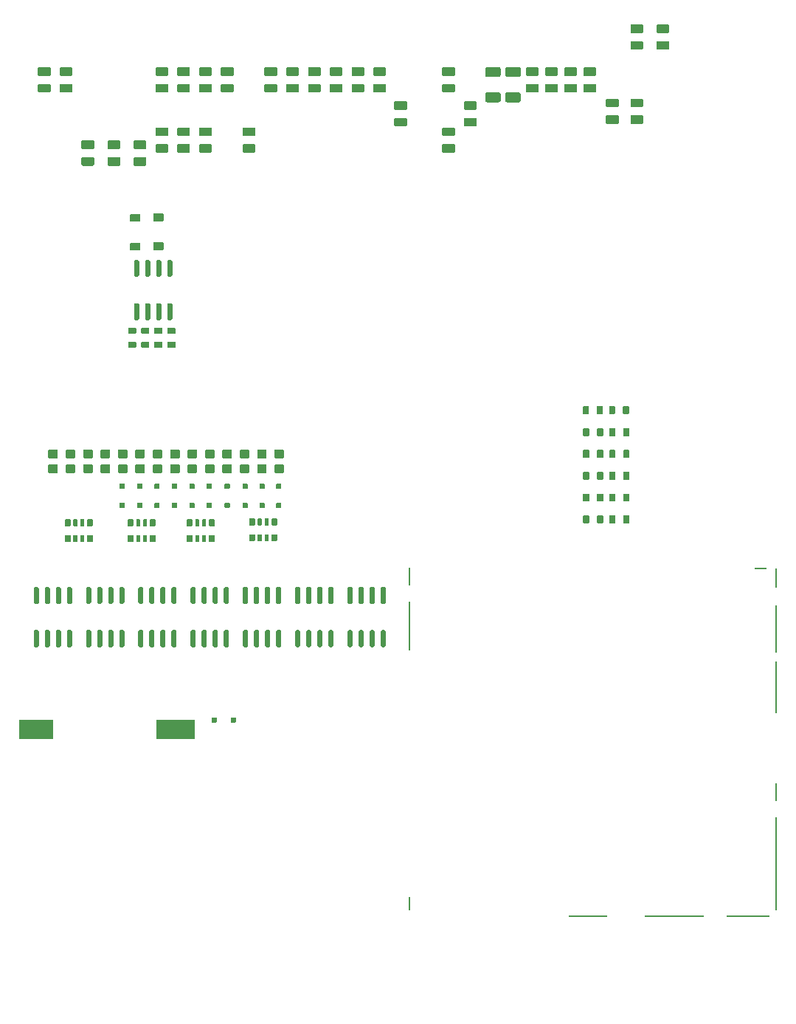
<source format=gtp>
G04 #@! TF.GenerationSoftware,KiCad,Pcbnew,8.0.2-8.0.2-0~ubuntu22.04.1*
G04 #@! TF.CreationDate,2024-05-13T18:20:47+00:00*
G04 #@! TF.ProjectId,hellen154hyundai,68656c6c-656e-4313-9534-6879756e6461,E*
G04 #@! TF.SameCoordinates,PX5f5e100PYc845880*
G04 #@! TF.FileFunction,Paste,Top*
G04 #@! TF.FilePolarity,Positive*
%FSLAX46Y46*%
G04 Gerber Fmt 4.6, Leading zero omitted, Abs format (unit mm)*
G04 Created by KiCad (PCBNEW 8.0.2-8.0.2-0~ubuntu22.04.1) date 2024-05-13 18:20:47*
%MOMM*%
%LPD*%
G01*
G04 APERTURE LIST*
%ADD10R,0.200000X2.300000*%
%ADD11R,0.200000X10.700000*%
%ADD12R,0.200000X2.100000*%
%ADD13R,0.200000X6.000000*%
%ADD14R,0.200000X5.400000*%
%ADD15R,1.400000X0.200000*%
%ADD16R,5.000000X0.200000*%
%ADD17R,6.800000X0.200000*%
%ADD18R,4.500000X0.200000*%
%ADD19R,0.200000X1.600000*%
%ADD20R,0.200000X5.700000*%
%ADD21R,0.200000X2.000000*%
%ADD22R,4.399991X2.299995*%
%ADD23R,3.999992X2.299995*%
%ADD24O,0.000001X0.000001*%
G04 APERTURE END LIST*
G04 #@! TO.C,D15*
G36*
G01*
X40435000Y106225000D02*
X41455000Y106225000D01*
G75*
G02*
X41545000Y106135000I0J-90000D01*
G01*
X41545000Y105415000D01*
G75*
G02*
X41455000Y105325000I-90000J0D01*
G01*
X40435000Y105325000D01*
G75*
G02*
X40345000Y105415000I0J90000D01*
G01*
X40345000Y106135000D01*
G75*
G02*
X40435000Y106225000I90000J0D01*
G01*
G37*
G36*
G01*
X40435000Y102925000D02*
X41455000Y102925000D01*
G75*
G02*
X41545000Y102835000I0J-90000D01*
G01*
X41545000Y102115000D01*
G75*
G02*
X41455000Y102025000I-90000J0D01*
G01*
X40435000Y102025000D01*
G75*
G02*
X40345000Y102115000I0J90000D01*
G01*
X40345000Y102835000D01*
G75*
G02*
X40435000Y102925000I90000J0D01*
G01*
G37*
G04 #@! TD*
G04 #@! TO.C,F1*
G36*
G01*
X83400000Y122155010D02*
X83400000Y122845010D01*
G75*
G02*
X83630000Y123075010I230000J0D01*
G01*
X84970000Y123075010D01*
G75*
G02*
X85200000Y122845010I0J-230000D01*
G01*
X85200000Y122155010D01*
G75*
G02*
X84970000Y121925010I-230000J0D01*
G01*
X83630000Y121925010D01*
G75*
G02*
X83400000Y122155010I0J230000D01*
G01*
G37*
G36*
G01*
X83400000Y119254990D02*
X83400000Y119944990D01*
G75*
G02*
X83630000Y120174990I230000J0D01*
G01*
X84970000Y120174990D01*
G75*
G02*
X85200000Y119944990I0J-230000D01*
G01*
X85200000Y119254990D01*
G75*
G02*
X84970000Y119024990I-230000J0D01*
G01*
X83630000Y119024990D01*
G75*
G02*
X83400000Y119254990I0J230000D01*
G01*
G37*
G04 #@! TD*
G04 #@! TO.C,U4*
G36*
G01*
X41740000Y56550000D02*
X41440000Y56550000D01*
G75*
G02*
X41290000Y56700000I0J150000D01*
G01*
X41290000Y58350000D01*
G75*
G02*
X41440000Y58500000I150000J0D01*
G01*
X41740000Y58500000D01*
G75*
G02*
X41890000Y58350000I0J-150000D01*
G01*
X41890000Y56700000D01*
G75*
G02*
X41740000Y56550000I-150000J0D01*
G01*
G37*
G36*
G01*
X43010000Y56550000D02*
X42710000Y56550000D01*
G75*
G02*
X42560000Y56700000I0J150000D01*
G01*
X42560000Y58350000D01*
G75*
G02*
X42710000Y58500000I150000J0D01*
G01*
X43010000Y58500000D01*
G75*
G02*
X43160000Y58350000I0J-150000D01*
G01*
X43160000Y56700000D01*
G75*
G02*
X43010000Y56550000I-150000J0D01*
G01*
G37*
G36*
G01*
X44280000Y56550000D02*
X43980000Y56550000D01*
G75*
G02*
X43830000Y56700000I0J150000D01*
G01*
X43830000Y58350000D01*
G75*
G02*
X43980000Y58500000I150000J0D01*
G01*
X44280000Y58500000D01*
G75*
G02*
X44430000Y58350000I0J-150000D01*
G01*
X44430000Y56700000D01*
G75*
G02*
X44280000Y56550000I-150000J0D01*
G01*
G37*
G36*
G01*
X45550000Y56550000D02*
X45250000Y56550000D01*
G75*
G02*
X45100000Y56700000I0J150000D01*
G01*
X45100000Y58350000D01*
G75*
G02*
X45250000Y58500000I150000J0D01*
G01*
X45550000Y58500000D01*
G75*
G02*
X45700000Y58350000I0J-150000D01*
G01*
X45700000Y56700000D01*
G75*
G02*
X45550000Y56550000I-150000J0D01*
G01*
G37*
G36*
G01*
X45550000Y61500000D02*
X45250000Y61500000D01*
G75*
G02*
X45100000Y61650000I0J150000D01*
G01*
X45100000Y63300000D01*
G75*
G02*
X45250000Y63450000I150000J0D01*
G01*
X45550000Y63450000D01*
G75*
G02*
X45700000Y63300000I0J-150000D01*
G01*
X45700000Y61650000D01*
G75*
G02*
X45550000Y61500000I-150000J0D01*
G01*
G37*
G36*
G01*
X44280000Y61500000D02*
X43980000Y61500000D01*
G75*
G02*
X43830000Y61650000I0J150000D01*
G01*
X43830000Y63300000D01*
G75*
G02*
X43980000Y63450000I150000J0D01*
G01*
X44280000Y63450000D01*
G75*
G02*
X44430000Y63300000I0J-150000D01*
G01*
X44430000Y61650000D01*
G75*
G02*
X44280000Y61500000I-150000J0D01*
G01*
G37*
G36*
G01*
X43010000Y61500000D02*
X42710000Y61500000D01*
G75*
G02*
X42560000Y61650000I0J150000D01*
G01*
X42560000Y63300000D01*
G75*
G02*
X42710000Y63450000I150000J0D01*
G01*
X43010000Y63450000D01*
G75*
G02*
X43160000Y63300000I0J-150000D01*
G01*
X43160000Y61650000D01*
G75*
G02*
X43010000Y61500000I-150000J0D01*
G01*
G37*
G36*
G01*
X41740000Y61500000D02*
X41440000Y61500000D01*
G75*
G02*
X41290000Y61650000I0J150000D01*
G01*
X41290000Y63300000D01*
G75*
G02*
X41440000Y63450000I150000J0D01*
G01*
X41740000Y63450000D01*
G75*
G02*
X41890000Y63300000I0J-150000D01*
G01*
X41890000Y61650000D01*
G75*
G02*
X41740000Y61500000I-150000J0D01*
G01*
G37*
G04 #@! TD*
G04 #@! TO.C,R14*
G36*
G01*
X95350000Y75810000D02*
X95350000Y76590000D01*
G75*
G02*
X95420000Y76660000I70000J0D01*
G01*
X95980000Y76660000D01*
G75*
G02*
X96050000Y76590000I0J-70000D01*
G01*
X96050000Y75810000D01*
G75*
G02*
X95980000Y75740000I-70000J0D01*
G01*
X95420000Y75740000D01*
G75*
G02*
X95350000Y75810000I0J70000D01*
G01*
G37*
G36*
G01*
X96950000Y75810000D02*
X96950000Y76590000D01*
G75*
G02*
X97020000Y76660000I70000J0D01*
G01*
X97580000Y76660000D01*
G75*
G02*
X97650000Y76590000I0J-70000D01*
G01*
X97650000Y75810000D01*
G75*
G02*
X97580000Y75740000I-70000J0D01*
G01*
X97020000Y75740000D01*
G75*
G02*
X96950000Y75810000I0J70000D01*
G01*
G37*
G04 #@! TD*
G04 #@! TO.C,R95*
G36*
G01*
X44705000Y93175000D02*
X45485000Y93175000D01*
G75*
G02*
X45555000Y93105000I0J-70000D01*
G01*
X45555000Y92545000D01*
G75*
G02*
X45485000Y92475000I-70000J0D01*
G01*
X44705000Y92475000D01*
G75*
G02*
X44635000Y92545000I0J70000D01*
G01*
X44635000Y93105000D01*
G75*
G02*
X44705000Y93175000I70000J0D01*
G01*
G37*
G36*
G01*
X44705000Y91575000D02*
X45485000Y91575000D01*
G75*
G02*
X45555000Y91505000I0J-70000D01*
G01*
X45555000Y90945000D01*
G75*
G02*
X45485000Y90875000I-70000J0D01*
G01*
X44705000Y90875000D01*
G75*
G02*
X44635000Y90945000I0J70000D01*
G01*
X44635000Y91505000D01*
G75*
G02*
X44705000Y91575000I70000J0D01*
G01*
G37*
G04 #@! TD*
G04 #@! TO.C,R17*
G36*
G01*
X42125000Y111749999D02*
X40875000Y111749999D01*
G75*
G02*
X40775000Y111849999I0J100000D01*
G01*
X40775000Y112649999D01*
G75*
G02*
X40875000Y112749999I100000J0D01*
G01*
X42125000Y112749999D01*
G75*
G02*
X42225000Y112649999I0J-100000D01*
G01*
X42225000Y111849999D01*
G75*
G02*
X42125000Y111749999I-100000J0D01*
G01*
G37*
G36*
G01*
X42125000Y113650021D02*
X40875000Y113650021D01*
G75*
G02*
X40775000Y113750021I0J100000D01*
G01*
X40775000Y114550021D01*
G75*
G02*
X40875000Y114650021I100000J0D01*
G01*
X42125000Y114650021D01*
G75*
G02*
X42225000Y114550021I0J-100000D01*
G01*
X42225000Y113750021D01*
G75*
G02*
X42125000Y113650021I-100000J0D01*
G01*
G37*
G04 #@! TD*
G04 #@! TO.C,R30*
G36*
G01*
X36125000Y111749999D02*
X34875000Y111749999D01*
G75*
G02*
X34775000Y111849999I0J100000D01*
G01*
X34775000Y112649999D01*
G75*
G02*
X34875000Y112749999I100000J0D01*
G01*
X36125000Y112749999D01*
G75*
G02*
X36225000Y112649999I0J-100000D01*
G01*
X36225000Y111849999D01*
G75*
G02*
X36125000Y111749999I-100000J0D01*
G01*
G37*
G36*
G01*
X36125000Y113650021D02*
X34875000Y113650021D01*
G75*
G02*
X34775000Y113750021I0J100000D01*
G01*
X34775000Y114550021D01*
G75*
G02*
X34875000Y114650021I100000J0D01*
G01*
X36125000Y114650021D01*
G75*
G02*
X36225000Y114550021I0J-100000D01*
G01*
X36225000Y113750021D01*
G75*
G02*
X36125000Y113650021I-100000J0D01*
G01*
G37*
G04 #@! TD*
G04 #@! TO.C,D16*
G36*
G01*
X45050000Y79200000D02*
X45950000Y79200000D01*
G75*
G02*
X46050000Y79100000I0J-100000D01*
G01*
X46050000Y78300000D01*
G75*
G02*
X45950000Y78200000I-100000J0D01*
G01*
X45050000Y78200000D01*
G75*
G02*
X44950000Y78300000I0J100000D01*
G01*
X44950000Y79100000D01*
G75*
G02*
X45050000Y79200000I100000J0D01*
G01*
G37*
G36*
G01*
X45050000Y77500000D02*
X45950000Y77500000D01*
G75*
G02*
X46050000Y77400000I0J-100000D01*
G01*
X46050000Y76600000D01*
G75*
G02*
X45950000Y76500000I-100000J0D01*
G01*
X45050000Y76500000D01*
G75*
G02*
X44950000Y76600000I0J100000D01*
G01*
X44950000Y77400000D01*
G75*
G02*
X45050000Y77500000I100000J0D01*
G01*
G37*
G04 #@! TD*
G04 #@! TO.C,R52*
G36*
G01*
X47125000Y120149999D02*
X45875000Y120149999D01*
G75*
G02*
X45775000Y120249999I0J100000D01*
G01*
X45775000Y121049999D01*
G75*
G02*
X45875000Y121149999I100000J0D01*
G01*
X47125000Y121149999D01*
G75*
G02*
X47225000Y121049999I0J-100000D01*
G01*
X47225000Y120249999D01*
G75*
G02*
X47125000Y120149999I-100000J0D01*
G01*
G37*
G36*
G01*
X47125000Y122050021D02*
X45875000Y122050021D01*
G75*
G02*
X45775000Y122150021I0J100000D01*
G01*
X45775000Y122950021D01*
G75*
G02*
X45875000Y123050021I100000J0D01*
G01*
X47125000Y123050021D01*
G75*
G02*
X47225000Y122950021I0J-100000D01*
G01*
X47225000Y122150021D01*
G75*
G02*
X47125000Y122050021I-100000J0D01*
G01*
G37*
G04 #@! TD*
G04 #@! TO.C,D27*
G36*
G01*
X57112499Y72560002D02*
X57112499Y73040002D01*
G75*
G02*
X57172499Y73100002I60000J0D01*
G01*
X57652499Y73100002D01*
G75*
G02*
X57712499Y73040002I0J-60000D01*
G01*
X57712499Y72560002D01*
G75*
G02*
X57652499Y72500002I-60000J0D01*
G01*
X57172499Y72500002D01*
G75*
G02*
X57112499Y72560002I0J60000D01*
G01*
G37*
G36*
G01*
X57112499Y74760002D02*
X57112499Y75240002D01*
G75*
G02*
X57172499Y75300002I60000J0D01*
G01*
X57652499Y75300002D01*
G75*
G02*
X57712499Y75240002I0J-60000D01*
G01*
X57712499Y74760002D01*
G75*
G02*
X57652499Y74700002I-60000J0D01*
G01*
X57172499Y74700002D01*
G75*
G02*
X57112499Y74760002I0J60000D01*
G01*
G37*
G04 #@! TD*
G04 #@! TO.C,R25*
G36*
G01*
X92350000Y70810000D02*
X92350000Y71590000D01*
G75*
G02*
X92420000Y71660000I70000J0D01*
G01*
X92980000Y71660000D01*
G75*
G02*
X93050000Y71590000I0J-70000D01*
G01*
X93050000Y70810000D01*
G75*
G02*
X92980000Y70740000I-70000J0D01*
G01*
X92420000Y70740000D01*
G75*
G02*
X92350000Y70810000I0J70000D01*
G01*
G37*
G36*
G01*
X93950000Y70810000D02*
X93950000Y71590000D01*
G75*
G02*
X94020000Y71660000I70000J0D01*
G01*
X94580000Y71660000D01*
G75*
G02*
X94650000Y71590000I0J-70000D01*
G01*
X94650000Y70810000D01*
G75*
G02*
X94580000Y70740000I-70000J0D01*
G01*
X94020000Y70740000D01*
G75*
G02*
X93950000Y70810000I0J70000D01*
G01*
G37*
G04 #@! TD*
G04 #@! TO.C,D26*
G36*
G01*
X55187263Y72560001D02*
X55187263Y73040001D01*
G75*
G02*
X55247263Y73100001I60000J0D01*
G01*
X55727263Y73100001D01*
G75*
G02*
X55787263Y73040001I0J-60000D01*
G01*
X55787263Y72560001D01*
G75*
G02*
X55727263Y72500001I-60000J0D01*
G01*
X55247263Y72500001D01*
G75*
G02*
X55187263Y72560001I0J60000D01*
G01*
G37*
G36*
G01*
X55187263Y74760001D02*
X55187263Y75240001D01*
G75*
G02*
X55247263Y75300001I60000J0D01*
G01*
X55727263Y75300001D01*
G75*
G02*
X55787263Y75240001I0J-60000D01*
G01*
X55787263Y74760001D01*
G75*
G02*
X55727263Y74700001I-60000J0D01*
G01*
X55247263Y74700001D01*
G75*
G02*
X55187263Y74760001I0J60000D01*
G01*
G37*
G04 #@! TD*
G04 #@! TO.C,R76*
G36*
G01*
X40074998Y68665001D02*
X40074998Y69335001D01*
G75*
G02*
X40139998Y69400001I65000J0D01*
G01*
X40659998Y69400001D01*
G75*
G02*
X40724998Y69335001I0J-65000D01*
G01*
X40724998Y68665001D01*
G75*
G02*
X40659998Y68600001I-65000J0D01*
G01*
X40139998Y68600001D01*
G75*
G02*
X40074998Y68665001I0J65000D01*
G01*
G37*
G36*
G01*
X41049998Y68645001D02*
X41049998Y69355001D01*
G75*
G02*
X41094998Y69400001I45000J0D01*
G01*
X41454998Y69400001D01*
G75*
G02*
X41499998Y69355001I0J-45000D01*
G01*
X41499998Y68645001D01*
G75*
G02*
X41454998Y68600001I-45000J0D01*
G01*
X41094998Y68600001D01*
G75*
G02*
X41049998Y68645001I0J45000D01*
G01*
G37*
G36*
G01*
X41849998Y68645001D02*
X41849998Y69355001D01*
G75*
G02*
X41894998Y69400001I45000J0D01*
G01*
X42254998Y69400001D01*
G75*
G02*
X42299998Y69355001I0J-45000D01*
G01*
X42299998Y68645001D01*
G75*
G02*
X42254998Y68600001I-45000J0D01*
G01*
X41894998Y68600001D01*
G75*
G02*
X41849998Y68645001I0J45000D01*
G01*
G37*
G36*
G01*
X42624998Y68665001D02*
X42624998Y69335001D01*
G75*
G02*
X42689998Y69400001I65000J0D01*
G01*
X43209998Y69400001D01*
G75*
G02*
X43274998Y69335001I0J-65000D01*
G01*
X43274998Y68665001D01*
G75*
G02*
X43209998Y68600001I-65000J0D01*
G01*
X42689998Y68600001D01*
G75*
G02*
X42624998Y68665001I0J65000D01*
G01*
G37*
G36*
G01*
X42624998Y70465001D02*
X42624998Y71135001D01*
G75*
G02*
X42689998Y71200001I65000J0D01*
G01*
X43209998Y71200001D01*
G75*
G02*
X43274998Y71135001I0J-65000D01*
G01*
X43274998Y70465001D01*
G75*
G02*
X43209998Y70400001I-65000J0D01*
G01*
X42689998Y70400001D01*
G75*
G02*
X42624998Y70465001I0J65000D01*
G01*
G37*
G36*
G01*
X41849998Y70445001D02*
X41849998Y71155001D01*
G75*
G02*
X41894998Y71200001I45000J0D01*
G01*
X42254998Y71200001D01*
G75*
G02*
X42299998Y71155001I0J-45000D01*
G01*
X42299998Y70445001D01*
G75*
G02*
X42254998Y70400001I-45000J0D01*
G01*
X41894998Y70400001D01*
G75*
G02*
X41849998Y70445001I0J45000D01*
G01*
G37*
G36*
G01*
X41049998Y70445001D02*
X41049998Y71155001D01*
G75*
G02*
X41094998Y71200001I45000J0D01*
G01*
X41454998Y71200001D01*
G75*
G02*
X41499998Y71155001I0J-45000D01*
G01*
X41499998Y70445001D01*
G75*
G02*
X41454998Y70400001I-45000J0D01*
G01*
X41094998Y70400001D01*
G75*
G02*
X41049998Y70445001I0J45000D01*
G01*
G37*
G36*
G01*
X40074998Y70465001D02*
X40074998Y71135001D01*
G75*
G02*
X40139998Y71200001I65000J0D01*
G01*
X40659998Y71200001D01*
G75*
G02*
X40724998Y71135001I0J-65000D01*
G01*
X40724998Y70465001D01*
G75*
G02*
X40659998Y70400001I-65000J0D01*
G01*
X40139998Y70400001D01*
G75*
G02*
X40074998Y70465001I0J65000D01*
G01*
G37*
G04 #@! TD*
G04 #@! TO.C,R28*
G36*
G01*
X54625000Y113249999D02*
X53375000Y113249999D01*
G75*
G02*
X53275000Y113349999I0J100000D01*
G01*
X53275000Y114149999D01*
G75*
G02*
X53375000Y114249999I100000J0D01*
G01*
X54625000Y114249999D01*
G75*
G02*
X54725000Y114149999I0J-100000D01*
G01*
X54725000Y113349999D01*
G75*
G02*
X54625000Y113249999I-100000J0D01*
G01*
G37*
G36*
G01*
X54625000Y115150021D02*
X53375000Y115150021D01*
G75*
G02*
X53275000Y115250021I0J100000D01*
G01*
X53275000Y116050021D01*
G75*
G02*
X53375000Y116150021I100000J0D01*
G01*
X54625000Y116150021D01*
G75*
G02*
X54725000Y116050021I0J-100000D01*
G01*
X54725000Y115250021D01*
G75*
G02*
X54625000Y115150021I-100000J0D01*
G01*
G37*
G04 #@! TD*
G04 #@! TO.C,R83*
G36*
G01*
X40205000Y93175000D02*
X40985000Y93175000D01*
G75*
G02*
X41055000Y93105000I0J-70000D01*
G01*
X41055000Y92545000D01*
G75*
G02*
X40985000Y92475000I-70000J0D01*
G01*
X40205000Y92475000D01*
G75*
G02*
X40135000Y92545000I0J70000D01*
G01*
X40135000Y93105000D01*
G75*
G02*
X40205000Y93175000I70000J0D01*
G01*
G37*
G36*
G01*
X40205000Y91575000D02*
X40985000Y91575000D01*
G75*
G02*
X41055000Y91505000I0J-70000D01*
G01*
X41055000Y90945000D01*
G75*
G02*
X40985000Y90875000I-70000J0D01*
G01*
X40205000Y90875000D01*
G75*
G02*
X40135000Y90945000I0J70000D01*
G01*
X40135000Y91505000D01*
G75*
G02*
X40205000Y91575000I70000J0D01*
G01*
G37*
G04 #@! TD*
G04 #@! TO.C,R18*
G36*
G01*
X95350000Y70810000D02*
X95350000Y71590000D01*
G75*
G02*
X95420000Y71660000I70000J0D01*
G01*
X95980000Y71660000D01*
G75*
G02*
X96050000Y71590000I0J-70000D01*
G01*
X96050000Y70810000D01*
G75*
G02*
X95980000Y70740000I-70000J0D01*
G01*
X95420000Y70740000D01*
G75*
G02*
X95350000Y70810000I0J70000D01*
G01*
G37*
G36*
G01*
X96950000Y70810000D02*
X96950000Y71590000D01*
G75*
G02*
X97020000Y71660000I70000J0D01*
G01*
X97580000Y71660000D01*
G75*
G02*
X97650000Y71590000I0J-70000D01*
G01*
X97650000Y70810000D01*
G75*
G02*
X97580000Y70740000I-70000J0D01*
G01*
X97020000Y70740000D01*
G75*
G02*
X96950000Y70810000I0J70000D01*
G01*
G37*
G04 #@! TD*
G04 #@! TO.C,D6*
G36*
G01*
X31068986Y79200000D02*
X31968986Y79200000D01*
G75*
G02*
X32068986Y79100000I0J-100000D01*
G01*
X32068986Y78300000D01*
G75*
G02*
X31968986Y78200000I-100000J0D01*
G01*
X31068986Y78200000D01*
G75*
G02*
X30968986Y78300000I0J100000D01*
G01*
X30968986Y79100000D01*
G75*
G02*
X31068986Y79200000I100000J0D01*
G01*
G37*
G36*
G01*
X31068986Y77500000D02*
X31968986Y77500000D01*
G75*
G02*
X32068986Y77400000I0J-100000D01*
G01*
X32068986Y76600000D01*
G75*
G02*
X31968986Y76500000I-100000J0D01*
G01*
X31068986Y76500000D01*
G75*
G02*
X30968986Y76600000I0J100000D01*
G01*
X30968986Y77400000D01*
G75*
G02*
X31068986Y77500000I100000J0D01*
G01*
G37*
G04 #@! TD*
G04 #@! TO.C,R32*
G36*
G01*
X77525000Y120149999D02*
X76275000Y120149999D01*
G75*
G02*
X76175000Y120249999I0J100000D01*
G01*
X76175000Y121049999D01*
G75*
G02*
X76275000Y121149999I100000J0D01*
G01*
X77525000Y121149999D01*
G75*
G02*
X77625000Y121049999I0J-100000D01*
G01*
X77625000Y120249999D01*
G75*
G02*
X77525000Y120149999I-100000J0D01*
G01*
G37*
G36*
G01*
X77525000Y122050021D02*
X76275000Y122050021D01*
G75*
G02*
X76175000Y122150021I0J100000D01*
G01*
X76175000Y122950021D01*
G75*
G02*
X76275000Y123050021I100000J0D01*
G01*
X77525000Y123050021D01*
G75*
G02*
X77625000Y122950021I0J-100000D01*
G01*
X77625000Y122150021D01*
G75*
G02*
X77525000Y122050021I-100000J0D01*
G01*
G37*
G04 #@! TD*
G04 #@! TO.C,R58*
G36*
G01*
X102125000Y125049999D02*
X100875000Y125049999D01*
G75*
G02*
X100775000Y125149999I0J100000D01*
G01*
X100775000Y125949999D01*
G75*
G02*
X100875000Y126049999I100000J0D01*
G01*
X102125000Y126049999D01*
G75*
G02*
X102225000Y125949999I0J-100000D01*
G01*
X102225000Y125149999D01*
G75*
G02*
X102125000Y125049999I-100000J0D01*
G01*
G37*
G36*
G01*
X102125000Y126950021D02*
X100875000Y126950021D01*
G75*
G02*
X100775000Y127050021I0J100000D01*
G01*
X100775000Y127850021D01*
G75*
G02*
X100875000Y127950021I100000J0D01*
G01*
X102125000Y127950021D01*
G75*
G02*
X102225000Y127850021I0J-100000D01*
G01*
X102225000Y127050021D01*
G75*
G02*
X102125000Y126950021I-100000J0D01*
G01*
G37*
G04 #@! TD*
G04 #@! TO.C,R11*
G36*
G01*
X95350000Y78310000D02*
X95350000Y79090000D01*
G75*
G02*
X95420000Y79160000I70000J0D01*
G01*
X95980000Y79160000D01*
G75*
G02*
X96050000Y79090000I0J-70000D01*
G01*
X96050000Y78310000D01*
G75*
G02*
X95980000Y78240000I-70000J0D01*
G01*
X95420000Y78240000D01*
G75*
G02*
X95350000Y78310000I0J70000D01*
G01*
G37*
G36*
G01*
X96950000Y78310000D02*
X96950000Y79090000D01*
G75*
G02*
X97020000Y79160000I70000J0D01*
G01*
X97580000Y79160000D01*
G75*
G02*
X97650000Y79090000I0J-70000D01*
G01*
X97650000Y78310000D01*
G75*
G02*
X97580000Y78240000I-70000J0D01*
G01*
X97020000Y78240000D01*
G75*
G02*
X96950000Y78310000I0J70000D01*
G01*
G37*
G04 #@! TD*
G04 #@! TO.C,R10*
G36*
G01*
X95350000Y80810000D02*
X95350000Y81590000D01*
G75*
G02*
X95420000Y81660000I70000J0D01*
G01*
X95980000Y81660000D01*
G75*
G02*
X96050000Y81590000I0J-70000D01*
G01*
X96050000Y80810000D01*
G75*
G02*
X95980000Y80740000I-70000J0D01*
G01*
X95420000Y80740000D01*
G75*
G02*
X95350000Y80810000I0J70000D01*
G01*
G37*
G36*
G01*
X96950000Y80810000D02*
X96950000Y81590000D01*
G75*
G02*
X97020000Y81660000I70000J0D01*
G01*
X97580000Y81660000D01*
G75*
G02*
X97650000Y81590000I0J-70000D01*
G01*
X97650000Y80810000D01*
G75*
G02*
X97580000Y80740000I-70000J0D01*
G01*
X97020000Y80740000D01*
G75*
G02*
X96950000Y80810000I0J70000D01*
G01*
G37*
G04 #@! TD*
G04 #@! TO.C,R39*
G36*
G01*
X49625000Y113249999D02*
X48375000Y113249999D01*
G75*
G02*
X48275000Y113349999I0J100000D01*
G01*
X48275000Y114149999D01*
G75*
G02*
X48375000Y114249999I100000J0D01*
G01*
X49625000Y114249999D01*
G75*
G02*
X49725000Y114149999I0J-100000D01*
G01*
X49725000Y113349999D01*
G75*
G02*
X49625000Y113249999I-100000J0D01*
G01*
G37*
G36*
G01*
X49625000Y115150021D02*
X48375000Y115150021D01*
G75*
G02*
X48275000Y115250021I0J100000D01*
G01*
X48275000Y116050021D01*
G75*
G02*
X48375000Y116150021I100000J0D01*
G01*
X49625000Y116150021D01*
G75*
G02*
X49725000Y116050021I0J-100000D01*
G01*
X49725000Y115250021D01*
G75*
G02*
X49625000Y115150021I-100000J0D01*
G01*
G37*
G04 #@! TD*
G04 #@! TO.C,R4*
G36*
G01*
X87125000Y120144999D02*
X85875000Y120144999D01*
G75*
G02*
X85775000Y120244999I0J100000D01*
G01*
X85775000Y121044999D01*
G75*
G02*
X85875000Y121144999I100000J0D01*
G01*
X87125000Y121144999D01*
G75*
G02*
X87225000Y121044999I0J-100000D01*
G01*
X87225000Y120244999D01*
G75*
G02*
X87125000Y120144999I-100000J0D01*
G01*
G37*
G36*
G01*
X87125000Y122045021D02*
X85875000Y122045021D01*
G75*
G02*
X85775000Y122145021I0J100000D01*
G01*
X85775000Y122945021D01*
G75*
G02*
X85875000Y123045021I100000J0D01*
G01*
X87125000Y123045021D01*
G75*
G02*
X87225000Y122945021I0J-100000D01*
G01*
X87225000Y122145021D01*
G75*
G02*
X87125000Y122045021I-100000J0D01*
G01*
G37*
G04 #@! TD*
G04 #@! TO.C,R12*
G36*
G01*
X39125000Y111749999D02*
X37875000Y111749999D01*
G75*
G02*
X37775000Y111849999I0J100000D01*
G01*
X37775000Y112649999D01*
G75*
G02*
X37875000Y112749999I100000J0D01*
G01*
X39125000Y112749999D01*
G75*
G02*
X39225000Y112649999I0J-100000D01*
G01*
X39225000Y111849999D01*
G75*
G02*
X39125000Y111749999I-100000J0D01*
G01*
G37*
G36*
G01*
X39125000Y113650021D02*
X37875000Y113650021D01*
G75*
G02*
X37775000Y113750021I0J100000D01*
G01*
X37775000Y114550021D01*
G75*
G02*
X37875000Y114650021I100000J0D01*
G01*
X39125000Y114650021D01*
G75*
G02*
X39225000Y114550021I0J-100000D01*
G01*
X39225000Y113750021D01*
G75*
G02*
X39125000Y113650021I-100000J0D01*
G01*
G37*
G04 #@! TD*
G04 #@! TO.C,R19*
G36*
G01*
X92322472Y83336268D02*
X92322472Y84116268D01*
G75*
G02*
X92392472Y84186268I70000J0D01*
G01*
X92952472Y84186268D01*
G75*
G02*
X93022472Y84116268I0J-70000D01*
G01*
X93022472Y83336268D01*
G75*
G02*
X92952472Y83266268I-70000J0D01*
G01*
X92392472Y83266268D01*
G75*
G02*
X92322472Y83336268I0J70000D01*
G01*
G37*
G36*
G01*
X93922472Y83336268D02*
X93922472Y84116268D01*
G75*
G02*
X93992472Y84186268I70000J0D01*
G01*
X94552472Y84186268D01*
G75*
G02*
X94622472Y84116268I0J-70000D01*
G01*
X94622472Y83336268D01*
G75*
G02*
X94552472Y83266268I-70000J0D01*
G01*
X93992472Y83266268D01*
G75*
G02*
X93922472Y83336268I0J70000D01*
G01*
G37*
G04 #@! TD*
G04 #@! TO.C,R20*
G36*
G01*
X92350000Y80810000D02*
X92350000Y81590000D01*
G75*
G02*
X92420000Y81660000I70000J0D01*
G01*
X92980000Y81660000D01*
G75*
G02*
X93050000Y81590000I0J-70000D01*
G01*
X93050000Y80810000D01*
G75*
G02*
X92980000Y80740000I-70000J0D01*
G01*
X92420000Y80740000D01*
G75*
G02*
X92350000Y80810000I0J70000D01*
G01*
G37*
G36*
G01*
X93950000Y80810000D02*
X93950000Y81590000D01*
G75*
G02*
X94020000Y81660000I70000J0D01*
G01*
X94580000Y81660000D01*
G75*
G02*
X94650000Y81590000I0J-70000D01*
G01*
X94650000Y80810000D01*
G75*
G02*
X94580000Y80740000I-70000J0D01*
G01*
X94020000Y80740000D01*
G75*
G02*
X93950000Y80810000I0J70000D01*
G01*
G37*
G04 #@! TD*
G04 #@! TO.C,R15*
G36*
G01*
X95350000Y73310000D02*
X95350000Y74090000D01*
G75*
G02*
X95420000Y74160000I70000J0D01*
G01*
X95980000Y74160000D01*
G75*
G02*
X96050000Y74090000I0J-70000D01*
G01*
X96050000Y73310000D01*
G75*
G02*
X95980000Y73240000I-70000J0D01*
G01*
X95420000Y73240000D01*
G75*
G02*
X95350000Y73310000I0J70000D01*
G01*
G37*
G36*
G01*
X96950000Y73310000D02*
X96950000Y74090000D01*
G75*
G02*
X97020000Y74160000I70000J0D01*
G01*
X97580000Y74160000D01*
G75*
G02*
X97650000Y74090000I0J-70000D01*
G01*
X97650000Y73310000D01*
G75*
G02*
X97580000Y73240000I-70000J0D01*
G01*
X97020000Y73240000D01*
G75*
G02*
X96950000Y73310000I0J70000D01*
G01*
G37*
G04 #@! TD*
G04 #@! TO.C,D19*
G36*
G01*
X49050000Y79200000D02*
X49950000Y79200000D01*
G75*
G02*
X50050000Y79100000I0J-100000D01*
G01*
X50050000Y78300000D01*
G75*
G02*
X49950000Y78200000I-100000J0D01*
G01*
X49050000Y78200000D01*
G75*
G02*
X48950000Y78300000I0J100000D01*
G01*
X48950000Y79100000D01*
G75*
G02*
X49050000Y79200000I100000J0D01*
G01*
G37*
G36*
G01*
X49050000Y77500000D02*
X49950000Y77500000D01*
G75*
G02*
X50050000Y77400000I0J-100000D01*
G01*
X50050000Y76600000D01*
G75*
G02*
X49950000Y76500000I-100000J0D01*
G01*
X49050000Y76500000D01*
G75*
G02*
X48950000Y76600000I0J100000D01*
G01*
X48950000Y77400000D01*
G75*
G02*
X49050000Y77500000I100000J0D01*
G01*
G37*
G04 #@! TD*
G04 #@! TO.C,D28*
G36*
G01*
X53050000Y79200000D02*
X53950000Y79200000D01*
G75*
G02*
X54050000Y79100000I0J-100000D01*
G01*
X54050000Y78300000D01*
G75*
G02*
X53950000Y78200000I-100000J0D01*
G01*
X53050000Y78200000D01*
G75*
G02*
X52950000Y78300000I0J100000D01*
G01*
X52950000Y79100000D01*
G75*
G02*
X53050000Y79200000I100000J0D01*
G01*
G37*
G36*
G01*
X53050000Y77500000D02*
X53950000Y77500000D01*
G75*
G02*
X54050000Y77400000I0J-100000D01*
G01*
X54050000Y76600000D01*
G75*
G02*
X53950000Y76500000I-100000J0D01*
G01*
X53050000Y76500000D01*
G75*
G02*
X52950000Y76600000I0J100000D01*
G01*
X52950000Y77400000D01*
G75*
G02*
X53050000Y77500000I100000J0D01*
G01*
G37*
G04 #@! TD*
G04 #@! TO.C,D24*
G36*
G01*
X52440000Y47900000D02*
X51960000Y47900000D01*
G75*
G02*
X51900000Y47960000I0J60000D01*
G01*
X51900000Y48440000D01*
G75*
G02*
X51960000Y48500000I60000J0D01*
G01*
X52440000Y48500000D01*
G75*
G02*
X52500000Y48440000I0J-60000D01*
G01*
X52500000Y47960000D01*
G75*
G02*
X52440000Y47900000I-60000J0D01*
G01*
G37*
G36*
G01*
X50240000Y47900000D02*
X49760000Y47900000D01*
G75*
G02*
X49700000Y47960000I0J60000D01*
G01*
X49700000Y48440000D01*
G75*
G02*
X49760000Y48500000I60000J0D01*
G01*
X50240000Y48500000D01*
G75*
G02*
X50300000Y48440000I0J-60000D01*
G01*
X50300000Y47960000D01*
G75*
G02*
X50240000Y47900000I-60000J0D01*
G01*
G37*
G04 #@! TD*
D10*
G04 #@! TO.C,M1*
X114492191Y64501268D03*
D11*
X114492189Y31701270D03*
D12*
X114492189Y39901269D03*
D13*
X114492189Y51951268D03*
D14*
X114492189Y58651265D03*
D15*
X112692182Y65551271D03*
D16*
X111292187Y25651270D03*
D17*
X102792184Y25651270D03*
D18*
X92942181Y25651270D03*
D19*
X72392186Y27151269D03*
D20*
X72392186Y59001272D03*
D21*
X72392186Y64651265D03*
G04 #@! TD*
G04 #@! TO.C,R1*
G36*
G01*
X95322472Y83336268D02*
X95322472Y84116268D01*
G75*
G02*
X95392472Y84186268I70000J0D01*
G01*
X95952472Y84186268D01*
G75*
G02*
X96022472Y84116268I0J-70000D01*
G01*
X96022472Y83336268D01*
G75*
G02*
X95952472Y83266268I-70000J0D01*
G01*
X95392472Y83266268D01*
G75*
G02*
X95322472Y83336268I0J70000D01*
G01*
G37*
G36*
G01*
X96922472Y83336268D02*
X96922472Y84116268D01*
G75*
G02*
X96992472Y84186268I70000J0D01*
G01*
X97552472Y84186268D01*
G75*
G02*
X97622472Y84116268I0J-70000D01*
G01*
X97622472Y83336268D01*
G75*
G02*
X97552472Y83266268I-70000J0D01*
G01*
X96992472Y83266268D01*
G75*
G02*
X96922472Y83336268I0J70000D01*
G01*
G37*
G04 #@! TD*
G04 #@! TO.C,R35*
G36*
G01*
X59625000Y120149999D02*
X58375000Y120149999D01*
G75*
G02*
X58275000Y120249999I0J100000D01*
G01*
X58275000Y121049999D01*
G75*
G02*
X58375000Y121149999I100000J0D01*
G01*
X59625000Y121149999D01*
G75*
G02*
X59725000Y121049999I0J-100000D01*
G01*
X59725000Y120249999D01*
G75*
G02*
X59625000Y120149999I-100000J0D01*
G01*
G37*
G36*
G01*
X59625000Y122050021D02*
X58375000Y122050021D01*
G75*
G02*
X58275000Y122150021I0J100000D01*
G01*
X58275000Y122950021D01*
G75*
G02*
X58375000Y123050021I100000J0D01*
G01*
X59625000Y123050021D01*
G75*
G02*
X59725000Y122950021I0J-100000D01*
G01*
X59725000Y122150021D01*
G75*
G02*
X59625000Y122050021I-100000J0D01*
G01*
G37*
G04 #@! TD*
G04 #@! TO.C,R21*
G36*
G01*
X92350000Y78310000D02*
X92350000Y79090000D01*
G75*
G02*
X92420000Y79160000I70000J0D01*
G01*
X92980000Y79160000D01*
G75*
G02*
X93050000Y79090000I0J-70000D01*
G01*
X93050000Y78310000D01*
G75*
G02*
X92980000Y78240000I-70000J0D01*
G01*
X92420000Y78240000D01*
G75*
G02*
X92350000Y78310000I0J70000D01*
G01*
G37*
G36*
G01*
X93950000Y78310000D02*
X93950000Y79090000D01*
G75*
G02*
X94020000Y79160000I70000J0D01*
G01*
X94580000Y79160000D01*
G75*
G02*
X94650000Y79090000I0J-70000D01*
G01*
X94650000Y78310000D01*
G75*
G02*
X94580000Y78240000I-70000J0D01*
G01*
X94020000Y78240000D01*
G75*
G02*
X93950000Y78310000I0J70000D01*
G01*
G37*
G04 #@! TD*
G04 #@! TO.C,R29*
G36*
G01*
X44625000Y113249999D02*
X43375000Y113249999D01*
G75*
G02*
X43275000Y113349999I0J100000D01*
G01*
X43275000Y114149999D01*
G75*
G02*
X43375000Y114249999I100000J0D01*
G01*
X44625000Y114249999D01*
G75*
G02*
X44725000Y114149999I0J-100000D01*
G01*
X44725000Y113349999D01*
G75*
G02*
X44625000Y113249999I-100000J0D01*
G01*
G37*
G36*
G01*
X44625000Y115150021D02*
X43375000Y115150021D01*
G75*
G02*
X43275000Y115250021I0J100000D01*
G01*
X43275000Y116050021D01*
G75*
G02*
X43375000Y116150021I100000J0D01*
G01*
X44625000Y116150021D01*
G75*
G02*
X44725000Y116050021I0J-100000D01*
G01*
X44725000Y115250021D01*
G75*
G02*
X44625000Y115150021I-100000J0D01*
G01*
G37*
G04 #@! TD*
G04 #@! TO.C,R53*
G36*
G01*
X44625000Y120149999D02*
X43375000Y120149999D01*
G75*
G02*
X43275000Y120249999I0J100000D01*
G01*
X43275000Y121049999D01*
G75*
G02*
X43375000Y121149999I100000J0D01*
G01*
X44625000Y121149999D01*
G75*
G02*
X44725000Y121049999I0J-100000D01*
G01*
X44725000Y120249999D01*
G75*
G02*
X44625000Y120149999I-100000J0D01*
G01*
G37*
G36*
G01*
X44625000Y122050021D02*
X43375000Y122050021D01*
G75*
G02*
X43275000Y122150021I0J100000D01*
G01*
X43275000Y122950021D01*
G75*
G02*
X43375000Y123050021I100000J0D01*
G01*
X44625000Y123050021D01*
G75*
G02*
X44725000Y122950021I0J-100000D01*
G01*
X44725000Y122150021D01*
G75*
G02*
X44625000Y122050021I-100000J0D01*
G01*
G37*
G04 #@! TD*
G04 #@! TO.C,F2*
G36*
G01*
X81100000Y122155010D02*
X81100000Y122845010D01*
G75*
G02*
X81330000Y123075010I230000J0D01*
G01*
X82670000Y123075010D01*
G75*
G02*
X82900000Y122845010I0J-230000D01*
G01*
X82900000Y122155010D01*
G75*
G02*
X82670000Y121925010I-230000J0D01*
G01*
X81330000Y121925010D01*
G75*
G02*
X81100000Y122155010I0J230000D01*
G01*
G37*
G36*
G01*
X81100000Y119254990D02*
X81100000Y119944990D01*
G75*
G02*
X81330000Y120174990I230000J0D01*
G01*
X82670000Y120174990D01*
G75*
G02*
X82900000Y119944990I0J-230000D01*
G01*
X82900000Y119254990D01*
G75*
G02*
X82670000Y119024990I-230000J0D01*
G01*
X81330000Y119024990D01*
G75*
G02*
X81100000Y119254990I0J230000D01*
G01*
G37*
G04 #@! TD*
G04 #@! TO.C,D38*
G36*
G01*
X43050000Y79200000D02*
X43950000Y79200000D01*
G75*
G02*
X44050000Y79100000I0J-100000D01*
G01*
X44050000Y78300000D01*
G75*
G02*
X43950000Y78200000I-100000J0D01*
G01*
X43050000Y78200000D01*
G75*
G02*
X42950000Y78300000I0J100000D01*
G01*
X42950000Y79100000D01*
G75*
G02*
X43050000Y79200000I100000J0D01*
G01*
G37*
G36*
G01*
X43050000Y77500000D02*
X43950000Y77500000D01*
G75*
G02*
X44050000Y77400000I0J-100000D01*
G01*
X44050000Y76600000D01*
G75*
G02*
X43950000Y76500000I-100000J0D01*
G01*
X43050000Y76500000D01*
G75*
G02*
X42950000Y76600000I0J100000D01*
G01*
X42950000Y77400000D01*
G75*
G02*
X43050000Y77500000I100000J0D01*
G01*
G37*
G04 #@! TD*
G04 #@! TO.C,U1*
G36*
G01*
X29740000Y56550000D02*
X29440000Y56550000D01*
G75*
G02*
X29290000Y56700000I0J150000D01*
G01*
X29290000Y58350000D01*
G75*
G02*
X29440000Y58500000I150000J0D01*
G01*
X29740000Y58500000D01*
G75*
G02*
X29890000Y58350000I0J-150000D01*
G01*
X29890000Y56700000D01*
G75*
G02*
X29740000Y56550000I-150000J0D01*
G01*
G37*
G36*
G01*
X31010000Y56550000D02*
X30710000Y56550000D01*
G75*
G02*
X30560000Y56700000I0J150000D01*
G01*
X30560000Y58350000D01*
G75*
G02*
X30710000Y58500000I150000J0D01*
G01*
X31010000Y58500000D01*
G75*
G02*
X31160000Y58350000I0J-150000D01*
G01*
X31160000Y56700000D01*
G75*
G02*
X31010000Y56550000I-150000J0D01*
G01*
G37*
G36*
G01*
X32280000Y56550000D02*
X31980000Y56550000D01*
G75*
G02*
X31830000Y56700000I0J150000D01*
G01*
X31830000Y58350000D01*
G75*
G02*
X31980000Y58500000I150000J0D01*
G01*
X32280000Y58500000D01*
G75*
G02*
X32430000Y58350000I0J-150000D01*
G01*
X32430000Y56700000D01*
G75*
G02*
X32280000Y56550000I-150000J0D01*
G01*
G37*
G36*
G01*
X33550000Y56550000D02*
X33250000Y56550000D01*
G75*
G02*
X33100000Y56700000I0J150000D01*
G01*
X33100000Y58350000D01*
G75*
G02*
X33250000Y58500000I150000J0D01*
G01*
X33550000Y58500000D01*
G75*
G02*
X33700000Y58350000I0J-150000D01*
G01*
X33700000Y56700000D01*
G75*
G02*
X33550000Y56550000I-150000J0D01*
G01*
G37*
G36*
G01*
X33550000Y61500000D02*
X33250000Y61500000D01*
G75*
G02*
X33100000Y61650000I0J150000D01*
G01*
X33100000Y63300000D01*
G75*
G02*
X33250000Y63450000I150000J0D01*
G01*
X33550000Y63450000D01*
G75*
G02*
X33700000Y63300000I0J-150000D01*
G01*
X33700000Y61650000D01*
G75*
G02*
X33550000Y61500000I-150000J0D01*
G01*
G37*
G36*
G01*
X32280000Y61500000D02*
X31980000Y61500000D01*
G75*
G02*
X31830000Y61650000I0J150000D01*
G01*
X31830000Y63300000D01*
G75*
G02*
X31980000Y63450000I150000J0D01*
G01*
X32280000Y63450000D01*
G75*
G02*
X32430000Y63300000I0J-150000D01*
G01*
X32430000Y61650000D01*
G75*
G02*
X32280000Y61500000I-150000J0D01*
G01*
G37*
G36*
G01*
X31010000Y61500000D02*
X30710000Y61500000D01*
G75*
G02*
X30560000Y61650000I0J150000D01*
G01*
X30560000Y63300000D01*
G75*
G02*
X30710000Y63450000I150000J0D01*
G01*
X31010000Y63450000D01*
G75*
G02*
X31160000Y63300000I0J-150000D01*
G01*
X31160000Y61650000D01*
G75*
G02*
X31010000Y61500000I-150000J0D01*
G01*
G37*
G36*
G01*
X29740000Y61500000D02*
X29440000Y61500000D01*
G75*
G02*
X29290000Y61650000I0J150000D01*
G01*
X29290000Y63300000D01*
G75*
G02*
X29440000Y63450000I150000J0D01*
G01*
X29740000Y63450000D01*
G75*
G02*
X29890000Y63300000I0J-150000D01*
G01*
X29890000Y61650000D01*
G75*
G02*
X29740000Y61500000I-150000J0D01*
G01*
G37*
G04 #@! TD*
G04 #@! TO.C,D18*
G36*
G01*
X51050000Y79200000D02*
X51950000Y79200000D01*
G75*
G02*
X52050000Y79100000I0J-100000D01*
G01*
X52050000Y78300000D01*
G75*
G02*
X51950000Y78200000I-100000J0D01*
G01*
X51050000Y78200000D01*
G75*
G02*
X50950000Y78300000I0J100000D01*
G01*
X50950000Y79100000D01*
G75*
G02*
X51050000Y79200000I100000J0D01*
G01*
G37*
G36*
G01*
X51050000Y77500000D02*
X51950000Y77500000D01*
G75*
G02*
X52050000Y77400000I0J-100000D01*
G01*
X52050000Y76600000D01*
G75*
G02*
X51950000Y76500000I-100000J0D01*
G01*
X51050000Y76500000D01*
G75*
G02*
X50950000Y76600000I0J100000D01*
G01*
X50950000Y77400000D01*
G75*
G02*
X51050000Y77500000I100000J0D01*
G01*
G37*
G04 #@! TD*
G04 #@! TO.C,D36*
G36*
G01*
X39050000Y79200000D02*
X39950000Y79200000D01*
G75*
G02*
X40050000Y79100000I0J-100000D01*
G01*
X40050000Y78300000D01*
G75*
G02*
X39950000Y78200000I-100000J0D01*
G01*
X39050000Y78200000D01*
G75*
G02*
X38950000Y78300000I0J100000D01*
G01*
X38950000Y79100000D01*
G75*
G02*
X39050000Y79200000I100000J0D01*
G01*
G37*
G36*
G01*
X39050000Y77500000D02*
X39950000Y77500000D01*
G75*
G02*
X40050000Y77400000I0J-100000D01*
G01*
X40050000Y76600000D01*
G75*
G02*
X39950000Y76500000I-100000J0D01*
G01*
X39050000Y76500000D01*
G75*
G02*
X38950000Y76600000I0J100000D01*
G01*
X38950000Y77400000D01*
G75*
G02*
X39050000Y77500000I100000J0D01*
G01*
G37*
G04 #@! TD*
G04 #@! TO.C,R55*
G36*
G01*
X96325000Y116549999D02*
X95075000Y116549999D01*
G75*
G02*
X94975000Y116649999I0J100000D01*
G01*
X94975000Y117449999D01*
G75*
G02*
X95075000Y117549999I100000J0D01*
G01*
X96325000Y117549999D01*
G75*
G02*
X96425000Y117449999I0J-100000D01*
G01*
X96425000Y116649999D01*
G75*
G02*
X96325000Y116549999I-100000J0D01*
G01*
G37*
G36*
G01*
X96325000Y118450021D02*
X95075000Y118450021D01*
G75*
G02*
X94975000Y118550021I0J100000D01*
G01*
X94975000Y119350021D01*
G75*
G02*
X95075000Y119450021I100000J0D01*
G01*
X96325000Y119450021D01*
G75*
G02*
X96425000Y119350021I0J-100000D01*
G01*
X96425000Y118550021D01*
G75*
G02*
X96325000Y118450021I-100000J0D01*
G01*
G37*
G04 #@! TD*
G04 #@! TO.C,D9*
G36*
G01*
X37068986Y79200000D02*
X37968986Y79200000D01*
G75*
G02*
X38068986Y79100000I0J-100000D01*
G01*
X38068986Y78300000D01*
G75*
G02*
X37968986Y78200000I-100000J0D01*
G01*
X37068986Y78200000D01*
G75*
G02*
X36968986Y78300000I0J100000D01*
G01*
X36968986Y79100000D01*
G75*
G02*
X37068986Y79200000I100000J0D01*
G01*
G37*
G36*
G01*
X37068986Y77500000D02*
X37968986Y77500000D01*
G75*
G02*
X38068986Y77400000I0J-100000D01*
G01*
X38068986Y76600000D01*
G75*
G02*
X37968986Y76500000I-100000J0D01*
G01*
X37068986Y76500000D01*
G75*
G02*
X36968986Y76600000I0J100000D01*
G01*
X36968986Y77400000D01*
G75*
G02*
X37068986Y77500000I100000J0D01*
G01*
G37*
G04 #@! TD*
G04 #@! TO.C,R24*
G36*
G01*
X92350000Y73310000D02*
X92350000Y74090000D01*
G75*
G02*
X92420000Y74160000I70000J0D01*
G01*
X92980000Y74160000D01*
G75*
G02*
X93050000Y74090000I0J-70000D01*
G01*
X93050000Y73310000D01*
G75*
G02*
X92980000Y73240000I-70000J0D01*
G01*
X92420000Y73240000D01*
G75*
G02*
X92350000Y73310000I0J70000D01*
G01*
G37*
G36*
G01*
X93950000Y73310000D02*
X93950000Y74090000D01*
G75*
G02*
X94020000Y74160000I70000J0D01*
G01*
X94580000Y74160000D01*
G75*
G02*
X94650000Y74090000I0J-70000D01*
G01*
X94650000Y73310000D01*
G75*
G02*
X94580000Y73240000I-70000J0D01*
G01*
X94020000Y73240000D01*
G75*
G02*
X93950000Y73310000I0J70000D01*
G01*
G37*
G04 #@! TD*
G04 #@! TO.C,U12*
G36*
G01*
X41245000Y94050000D02*
X40945000Y94050000D01*
G75*
G02*
X40795000Y94200000I0J150000D01*
G01*
X40795000Y95850000D01*
G75*
G02*
X40945000Y96000000I150000J0D01*
G01*
X41245000Y96000000D01*
G75*
G02*
X41395000Y95850000I0J-150000D01*
G01*
X41395000Y94200000D01*
G75*
G02*
X41245000Y94050000I-150000J0D01*
G01*
G37*
G36*
G01*
X42515000Y94050000D02*
X42215000Y94050000D01*
G75*
G02*
X42065000Y94200000I0J150000D01*
G01*
X42065000Y95850000D01*
G75*
G02*
X42215000Y96000000I150000J0D01*
G01*
X42515000Y96000000D01*
G75*
G02*
X42665000Y95850000I0J-150000D01*
G01*
X42665000Y94200000D01*
G75*
G02*
X42515000Y94050000I-150000J0D01*
G01*
G37*
G36*
G01*
X43785000Y94050000D02*
X43485000Y94050000D01*
G75*
G02*
X43335000Y94200000I0J150000D01*
G01*
X43335000Y95850000D01*
G75*
G02*
X43485000Y96000000I150000J0D01*
G01*
X43785000Y96000000D01*
G75*
G02*
X43935000Y95850000I0J-150000D01*
G01*
X43935000Y94200000D01*
G75*
G02*
X43785000Y94050000I-150000J0D01*
G01*
G37*
G36*
G01*
X45055000Y94050000D02*
X44755000Y94050000D01*
G75*
G02*
X44605000Y94200000I0J150000D01*
G01*
X44605000Y95850000D01*
G75*
G02*
X44755000Y96000000I150000J0D01*
G01*
X45055000Y96000000D01*
G75*
G02*
X45205000Y95850000I0J-150000D01*
G01*
X45205000Y94200000D01*
G75*
G02*
X45055000Y94050000I-150000J0D01*
G01*
G37*
G36*
G01*
X45055000Y99000000D02*
X44755000Y99000000D01*
G75*
G02*
X44605000Y99150000I0J150000D01*
G01*
X44605000Y100800000D01*
G75*
G02*
X44755000Y100950000I150000J0D01*
G01*
X45055000Y100950000D01*
G75*
G02*
X45205000Y100800000I0J-150000D01*
G01*
X45205000Y99150000D01*
G75*
G02*
X45055000Y99000000I-150000J0D01*
G01*
G37*
G36*
G01*
X43785000Y99000000D02*
X43485000Y99000000D01*
G75*
G02*
X43335000Y99150000I0J150000D01*
G01*
X43335000Y100800000D01*
G75*
G02*
X43485000Y100950000I150000J0D01*
G01*
X43785000Y100950000D01*
G75*
G02*
X43935000Y100800000I0J-150000D01*
G01*
X43935000Y99150000D01*
G75*
G02*
X43785000Y99000000I-150000J0D01*
G01*
G37*
G36*
G01*
X42515000Y99000000D02*
X42215000Y99000000D01*
G75*
G02*
X42065000Y99150000I0J150000D01*
G01*
X42065000Y100800000D01*
G75*
G02*
X42215000Y100950000I150000J0D01*
G01*
X42515000Y100950000D01*
G75*
G02*
X42665000Y100800000I0J-150000D01*
G01*
X42665000Y99150000D01*
G75*
G02*
X42515000Y99000000I-150000J0D01*
G01*
G37*
G36*
G01*
X41245000Y99000000D02*
X40945000Y99000000D01*
G75*
G02*
X40795000Y99150000I0J150000D01*
G01*
X40795000Y100800000D01*
G75*
G02*
X40945000Y100950000I150000J0D01*
G01*
X41245000Y100950000D01*
G75*
G02*
X41395000Y100800000I0J-150000D01*
G01*
X41395000Y99150000D01*
G75*
G02*
X41245000Y99000000I-150000J0D01*
G01*
G37*
G04 #@! TD*
G04 #@! TO.C,R51*
G36*
G01*
X49625000Y120149999D02*
X48375000Y120149999D01*
G75*
G02*
X48275000Y120249999I0J100000D01*
G01*
X48275000Y121049999D01*
G75*
G02*
X48375000Y121149999I100000J0D01*
G01*
X49625000Y121149999D01*
G75*
G02*
X49725000Y121049999I0J-100000D01*
G01*
X49725000Y120249999D01*
G75*
G02*
X49625000Y120149999I-100000J0D01*
G01*
G37*
G36*
G01*
X49625000Y122050021D02*
X48375000Y122050021D01*
G75*
G02*
X48275000Y122150021I0J100000D01*
G01*
X48275000Y122950021D01*
G75*
G02*
X48375000Y123050021I100000J0D01*
G01*
X49625000Y123050021D01*
G75*
G02*
X49725000Y122950021I0J-100000D01*
G01*
X49725000Y122150021D01*
G75*
G02*
X49625000Y122050021I-100000J0D01*
G01*
G37*
G04 #@! TD*
G04 #@! TO.C,R36*
G36*
G01*
X57125000Y120149999D02*
X55875000Y120149999D01*
G75*
G02*
X55775000Y120249999I0J100000D01*
G01*
X55775000Y121049999D01*
G75*
G02*
X55875000Y121149999I100000J0D01*
G01*
X57125000Y121149999D01*
G75*
G02*
X57225000Y121049999I0J-100000D01*
G01*
X57225000Y120249999D01*
G75*
G02*
X57125000Y120149999I-100000J0D01*
G01*
G37*
G36*
G01*
X57125000Y122050021D02*
X55875000Y122050021D01*
G75*
G02*
X55775000Y122150021I0J100000D01*
G01*
X55775000Y122950021D01*
G75*
G02*
X55875000Y123050021I100000J0D01*
G01*
X57125000Y123050021D01*
G75*
G02*
X57225000Y122950021I0J-100000D01*
G01*
X57225000Y122150021D01*
G75*
G02*
X57125000Y122050021I-100000J0D01*
G01*
G37*
G04 #@! TD*
G04 #@! TO.C,R57*
G36*
G01*
X91525000Y120144999D02*
X90275000Y120144999D01*
G75*
G02*
X90175000Y120244999I0J100000D01*
G01*
X90175000Y121044999D01*
G75*
G02*
X90275000Y121144999I100000J0D01*
G01*
X91525000Y121144999D01*
G75*
G02*
X91625000Y121044999I0J-100000D01*
G01*
X91625000Y120244999D01*
G75*
G02*
X91525000Y120144999I-100000J0D01*
G01*
G37*
G36*
G01*
X91525000Y122045021D02*
X90275000Y122045021D01*
G75*
G02*
X90175000Y122145021I0J100000D01*
G01*
X90175000Y122945021D01*
G75*
G02*
X90275000Y123045021I100000J0D01*
G01*
X91525000Y123045021D01*
G75*
G02*
X91625000Y122945021I0J-100000D01*
G01*
X91625000Y122145021D01*
G75*
G02*
X91525000Y122045021I-100000J0D01*
G01*
G37*
G04 #@! TD*
G04 #@! TO.C,R62*
G36*
G01*
X31125000Y120144999D02*
X29875000Y120144999D01*
G75*
G02*
X29775000Y120244999I0J100000D01*
G01*
X29775000Y121044999D01*
G75*
G02*
X29875000Y121144999I100000J0D01*
G01*
X31125000Y121144999D01*
G75*
G02*
X31225000Y121044999I0J-100000D01*
G01*
X31225000Y120244999D01*
G75*
G02*
X31125000Y120144999I-100000J0D01*
G01*
G37*
G36*
G01*
X31125000Y122045021D02*
X29875000Y122045021D01*
G75*
G02*
X29775000Y122145021I0J100000D01*
G01*
X29775000Y122945021D01*
G75*
G02*
X29875000Y123045021I100000J0D01*
G01*
X31125000Y123045021D01*
G75*
G02*
X31225000Y122945021I0J-100000D01*
G01*
X31225000Y122145021D01*
G75*
G02*
X31125000Y122045021I-100000J0D01*
G01*
G37*
G04 #@! TD*
G04 #@! TO.C,U7*
G36*
G01*
X65745000Y56550000D02*
X65445000Y56550000D01*
G75*
G02*
X65295000Y56700000I0J150000D01*
G01*
X65295000Y58350000D01*
G75*
G02*
X65445000Y58500000I150000J0D01*
G01*
X65745000Y58500000D01*
G75*
G02*
X65895000Y58350000I0J-150000D01*
G01*
X65895000Y56700000D01*
G75*
G02*
X65745000Y56550000I-150000J0D01*
G01*
G37*
G36*
G01*
X67015000Y56550000D02*
X66715000Y56550000D01*
G75*
G02*
X66565000Y56700000I0J150000D01*
G01*
X66565000Y58350000D01*
G75*
G02*
X66715000Y58500000I150000J0D01*
G01*
X67015000Y58500000D01*
G75*
G02*
X67165000Y58350000I0J-150000D01*
G01*
X67165000Y56700000D01*
G75*
G02*
X67015000Y56550000I-150000J0D01*
G01*
G37*
G36*
G01*
X68285000Y56550000D02*
X67985000Y56550000D01*
G75*
G02*
X67835000Y56700000I0J150000D01*
G01*
X67835000Y58350000D01*
G75*
G02*
X67985000Y58500000I150000J0D01*
G01*
X68285000Y58500000D01*
G75*
G02*
X68435000Y58350000I0J-150000D01*
G01*
X68435000Y56700000D01*
G75*
G02*
X68285000Y56550000I-150000J0D01*
G01*
G37*
G36*
G01*
X69555000Y56550000D02*
X69255000Y56550000D01*
G75*
G02*
X69105000Y56700000I0J150000D01*
G01*
X69105000Y58350000D01*
G75*
G02*
X69255000Y58500000I150000J0D01*
G01*
X69555000Y58500000D01*
G75*
G02*
X69705000Y58350000I0J-150000D01*
G01*
X69705000Y56700000D01*
G75*
G02*
X69555000Y56550000I-150000J0D01*
G01*
G37*
G36*
G01*
X69555000Y61500000D02*
X69255000Y61500000D01*
G75*
G02*
X69105000Y61650000I0J150000D01*
G01*
X69105000Y63300000D01*
G75*
G02*
X69255000Y63450000I150000J0D01*
G01*
X69555000Y63450000D01*
G75*
G02*
X69705000Y63300000I0J-150000D01*
G01*
X69705000Y61650000D01*
G75*
G02*
X69555000Y61500000I-150000J0D01*
G01*
G37*
G36*
G01*
X68285000Y61500000D02*
X67985000Y61500000D01*
G75*
G02*
X67835000Y61650000I0J150000D01*
G01*
X67835000Y63300000D01*
G75*
G02*
X67985000Y63450000I150000J0D01*
G01*
X68285000Y63450000D01*
G75*
G02*
X68435000Y63300000I0J-150000D01*
G01*
X68435000Y61650000D01*
G75*
G02*
X68285000Y61500000I-150000J0D01*
G01*
G37*
G36*
G01*
X67015000Y61500000D02*
X66715000Y61500000D01*
G75*
G02*
X66565000Y61650000I0J150000D01*
G01*
X66565000Y63300000D01*
G75*
G02*
X66715000Y63450000I150000J0D01*
G01*
X67015000Y63450000D01*
G75*
G02*
X67165000Y63300000I0J-150000D01*
G01*
X67165000Y61650000D01*
G75*
G02*
X67015000Y61500000I-150000J0D01*
G01*
G37*
G36*
G01*
X65745000Y61500000D02*
X65445000Y61500000D01*
G75*
G02*
X65295000Y61650000I0J150000D01*
G01*
X65295000Y63300000D01*
G75*
G02*
X65445000Y63450000I150000J0D01*
G01*
X65745000Y63450000D01*
G75*
G02*
X65895000Y63300000I0J-150000D01*
G01*
X65895000Y61650000D01*
G75*
G02*
X65745000Y61500000I-150000J0D01*
G01*
G37*
G04 #@! TD*
G04 #@! TO.C,R23*
G36*
G01*
X92350000Y75810000D02*
X92350000Y76590000D01*
G75*
G02*
X92420000Y76660000I70000J0D01*
G01*
X92980000Y76660000D01*
G75*
G02*
X93050000Y76590000I0J-70000D01*
G01*
X93050000Y75810000D01*
G75*
G02*
X92980000Y75740000I-70000J0D01*
G01*
X92420000Y75740000D01*
G75*
G02*
X92350000Y75810000I0J70000D01*
G01*
G37*
G36*
G01*
X93950000Y75810000D02*
X93950000Y76590000D01*
G75*
G02*
X94020000Y76660000I70000J0D01*
G01*
X94580000Y76660000D01*
G75*
G02*
X94650000Y76590000I0J-70000D01*
G01*
X94650000Y75810000D01*
G75*
G02*
X94580000Y75740000I-70000J0D01*
G01*
X94020000Y75740000D01*
G75*
G02*
X93950000Y75810000I0J70000D01*
G01*
G37*
G04 #@! TD*
G04 #@! TO.C,R7*
G36*
G01*
X46849998Y68665001D02*
X46849998Y69335001D01*
G75*
G02*
X46914998Y69400001I65000J0D01*
G01*
X47434998Y69400001D01*
G75*
G02*
X47499998Y69335001I0J-65000D01*
G01*
X47499998Y68665001D01*
G75*
G02*
X47434998Y68600001I-65000J0D01*
G01*
X46914998Y68600001D01*
G75*
G02*
X46849998Y68665001I0J65000D01*
G01*
G37*
G36*
G01*
X47824998Y68645001D02*
X47824998Y69355001D01*
G75*
G02*
X47869998Y69400001I45000J0D01*
G01*
X48229998Y69400001D01*
G75*
G02*
X48274998Y69355001I0J-45000D01*
G01*
X48274998Y68645001D01*
G75*
G02*
X48229998Y68600001I-45000J0D01*
G01*
X47869998Y68600001D01*
G75*
G02*
X47824998Y68645001I0J45000D01*
G01*
G37*
G36*
G01*
X48624998Y68645001D02*
X48624998Y69355001D01*
G75*
G02*
X48669998Y69400001I45000J0D01*
G01*
X49029998Y69400001D01*
G75*
G02*
X49074998Y69355001I0J-45000D01*
G01*
X49074998Y68645001D01*
G75*
G02*
X49029998Y68600001I-45000J0D01*
G01*
X48669998Y68600001D01*
G75*
G02*
X48624998Y68645001I0J45000D01*
G01*
G37*
G36*
G01*
X49399998Y68665001D02*
X49399998Y69335001D01*
G75*
G02*
X49464998Y69400001I65000J0D01*
G01*
X49984998Y69400001D01*
G75*
G02*
X50049998Y69335001I0J-65000D01*
G01*
X50049998Y68665001D01*
G75*
G02*
X49984998Y68600001I-65000J0D01*
G01*
X49464998Y68600001D01*
G75*
G02*
X49399998Y68665001I0J65000D01*
G01*
G37*
G36*
G01*
X49399998Y70465001D02*
X49399998Y71135001D01*
G75*
G02*
X49464998Y71200001I65000J0D01*
G01*
X49984998Y71200001D01*
G75*
G02*
X50049998Y71135001I0J-65000D01*
G01*
X50049998Y70465001D01*
G75*
G02*
X49984998Y70400001I-65000J0D01*
G01*
X49464998Y70400001D01*
G75*
G02*
X49399998Y70465001I0J65000D01*
G01*
G37*
G36*
G01*
X48624998Y70445001D02*
X48624998Y71155001D01*
G75*
G02*
X48669998Y71200001I45000J0D01*
G01*
X49029998Y71200001D01*
G75*
G02*
X49074998Y71155001I0J-45000D01*
G01*
X49074998Y70445001D01*
G75*
G02*
X49029998Y70400001I-45000J0D01*
G01*
X48669998Y70400001D01*
G75*
G02*
X48624998Y70445001I0J45000D01*
G01*
G37*
G36*
G01*
X47824998Y70445001D02*
X47824998Y71155001D01*
G75*
G02*
X47869998Y71200001I45000J0D01*
G01*
X48229998Y71200001D01*
G75*
G02*
X48274998Y71155001I0J-45000D01*
G01*
X48274998Y70445001D01*
G75*
G02*
X48229998Y70400001I-45000J0D01*
G01*
X47869998Y70400001D01*
G75*
G02*
X47824998Y70445001I0J45000D01*
G01*
G37*
G36*
G01*
X46849998Y70465001D02*
X46849998Y71135001D01*
G75*
G02*
X46914998Y71200001I65000J0D01*
G01*
X47434998Y71200001D01*
G75*
G02*
X47499998Y71135001I0J-65000D01*
G01*
X47499998Y70465001D01*
G75*
G02*
X47434998Y70400001I-65000J0D01*
G01*
X46914998Y70400001D01*
G75*
G02*
X46849998Y70465001I0J65000D01*
G01*
G37*
G04 #@! TD*
D22*
G04 #@! TO.C,BT1*
X45599952Y47100000D03*
D23*
X29599933Y47100000D03*
G04 #@! TD*
G04 #@! TO.C,R34*
G36*
G01*
X72025000Y116249999D02*
X70775000Y116249999D01*
G75*
G02*
X70675000Y116349999I0J100000D01*
G01*
X70675000Y117149999D01*
G75*
G02*
X70775000Y117249999I100000J0D01*
G01*
X72025000Y117249999D01*
G75*
G02*
X72125000Y117149999I0J-100000D01*
G01*
X72125000Y116349999D01*
G75*
G02*
X72025000Y116249999I-100000J0D01*
G01*
G37*
G36*
G01*
X72025000Y118150021D02*
X70775000Y118150021D01*
G75*
G02*
X70675000Y118250021I0J100000D01*
G01*
X70675000Y119050021D01*
G75*
G02*
X70775000Y119150021I100000J0D01*
G01*
X72025000Y119150021D01*
G75*
G02*
X72125000Y119050021I0J-100000D01*
G01*
X72125000Y118250021D01*
G75*
G02*
X72025000Y118150021I-100000J0D01*
G01*
G37*
G04 #@! TD*
G04 #@! TO.C,D20*
G36*
G01*
X45149998Y72560001D02*
X45149998Y73040001D01*
G75*
G02*
X45209998Y73100001I60000J0D01*
G01*
X45689998Y73100001D01*
G75*
G02*
X45749998Y73040001I0J-60000D01*
G01*
X45749998Y72560001D01*
G75*
G02*
X45689998Y72500001I-60000J0D01*
G01*
X45209998Y72500001D01*
G75*
G02*
X45149998Y72560001I0J60000D01*
G01*
G37*
G36*
G01*
X45149998Y74760001D02*
X45149998Y75240001D01*
G75*
G02*
X45209998Y75300001I60000J0D01*
G01*
X45689998Y75300001D01*
G75*
G02*
X45749998Y75240001I0J-60000D01*
G01*
X45749998Y74760001D01*
G75*
G02*
X45689998Y74700001I-60000J0D01*
G01*
X45209998Y74700001D01*
G75*
G02*
X45149998Y74760001I0J60000D01*
G01*
G37*
G04 #@! TD*
G04 #@! TO.C,D33*
G36*
G01*
X39149998Y72560001D02*
X39149998Y73040001D01*
G75*
G02*
X39209998Y73100001I60000J0D01*
G01*
X39689998Y73100001D01*
G75*
G02*
X39749998Y73040001I0J-60000D01*
G01*
X39749998Y72560001D01*
G75*
G02*
X39689998Y72500001I-60000J0D01*
G01*
X39209998Y72500001D01*
G75*
G02*
X39149998Y72560001I0J60000D01*
G01*
G37*
G36*
G01*
X39149998Y74760001D02*
X39149998Y75240001D01*
G75*
G02*
X39209998Y75300001I60000J0D01*
G01*
X39689998Y75300001D01*
G75*
G02*
X39749998Y75240001I0J-60000D01*
G01*
X39749998Y74760001D01*
G75*
G02*
X39689998Y74700001I-60000J0D01*
G01*
X39209998Y74700001D01*
G75*
G02*
X39149998Y74760001I0J60000D01*
G01*
G37*
G04 #@! TD*
G04 #@! TO.C,D34*
G36*
G01*
X41149998Y72560001D02*
X41149998Y73040001D01*
G75*
G02*
X41209998Y73100001I60000J0D01*
G01*
X41689998Y73100001D01*
G75*
G02*
X41749998Y73040001I0J-60000D01*
G01*
X41749998Y72560001D01*
G75*
G02*
X41689998Y72500001I-60000J0D01*
G01*
X41209998Y72500001D01*
G75*
G02*
X41149998Y72560001I0J60000D01*
G01*
G37*
G36*
G01*
X41149998Y74760001D02*
X41149998Y75240001D01*
G75*
G02*
X41209998Y75300001I60000J0D01*
G01*
X41689998Y75300001D01*
G75*
G02*
X41749998Y75240001I0J-60000D01*
G01*
X41749998Y74760001D01*
G75*
G02*
X41689998Y74700001I-60000J0D01*
G01*
X41209998Y74700001D01*
G75*
G02*
X41149998Y74760001I0J60000D01*
G01*
G37*
G04 #@! TD*
G04 #@! TO.C,R3*
G36*
G01*
X89325000Y120144999D02*
X88075000Y120144999D01*
G75*
G02*
X87975000Y120244999I0J100000D01*
G01*
X87975000Y121044999D01*
G75*
G02*
X88075000Y121144999I100000J0D01*
G01*
X89325000Y121144999D01*
G75*
G02*
X89425000Y121044999I0J-100000D01*
G01*
X89425000Y120244999D01*
G75*
G02*
X89325000Y120144999I-100000J0D01*
G01*
G37*
G36*
G01*
X89325000Y122045021D02*
X88075000Y122045021D01*
G75*
G02*
X87975000Y122145021I0J100000D01*
G01*
X87975000Y122945021D01*
G75*
G02*
X88075000Y123045021I100000J0D01*
G01*
X89325000Y123045021D01*
G75*
G02*
X89425000Y122945021I0J-100000D01*
G01*
X89425000Y122145021D01*
G75*
G02*
X89325000Y122045021I-100000J0D01*
G01*
G37*
G04 #@! TD*
G04 #@! TO.C,D21*
G36*
G01*
X47149998Y72560001D02*
X47149998Y73040001D01*
G75*
G02*
X47209998Y73100001I60000J0D01*
G01*
X47689998Y73100001D01*
G75*
G02*
X47749998Y73040001I0J-60000D01*
G01*
X47749998Y72560001D01*
G75*
G02*
X47689998Y72500001I-60000J0D01*
G01*
X47209998Y72500001D01*
G75*
G02*
X47149998Y72560001I0J60000D01*
G01*
G37*
G36*
G01*
X47149998Y74760001D02*
X47149998Y75240001D01*
G75*
G02*
X47209998Y75300001I60000J0D01*
G01*
X47689998Y75300001D01*
G75*
G02*
X47749998Y75240001I0J-60000D01*
G01*
X47749998Y74760001D01*
G75*
G02*
X47689998Y74700001I-60000J0D01*
G01*
X47209998Y74700001D01*
G75*
G02*
X47149998Y74760001I0J60000D01*
G01*
G37*
G04 #@! TD*
G04 #@! TO.C,R6*
G36*
G01*
X32868984Y68665001D02*
X32868984Y69335001D01*
G75*
G02*
X32933984Y69400001I65000J0D01*
G01*
X33453984Y69400001D01*
G75*
G02*
X33518984Y69335001I0J-65000D01*
G01*
X33518984Y68665001D01*
G75*
G02*
X33453984Y68600001I-65000J0D01*
G01*
X32933984Y68600001D01*
G75*
G02*
X32868984Y68665001I0J65000D01*
G01*
G37*
G36*
G01*
X33843984Y68645001D02*
X33843984Y69355001D01*
G75*
G02*
X33888984Y69400001I45000J0D01*
G01*
X34248984Y69400001D01*
G75*
G02*
X34293984Y69355001I0J-45000D01*
G01*
X34293984Y68645001D01*
G75*
G02*
X34248984Y68600001I-45000J0D01*
G01*
X33888984Y68600001D01*
G75*
G02*
X33843984Y68645001I0J45000D01*
G01*
G37*
G36*
G01*
X34643984Y68645001D02*
X34643984Y69355001D01*
G75*
G02*
X34688984Y69400001I45000J0D01*
G01*
X35048984Y69400001D01*
G75*
G02*
X35093984Y69355001I0J-45000D01*
G01*
X35093984Y68645001D01*
G75*
G02*
X35048984Y68600001I-45000J0D01*
G01*
X34688984Y68600001D01*
G75*
G02*
X34643984Y68645001I0J45000D01*
G01*
G37*
G36*
G01*
X35418984Y68665001D02*
X35418984Y69335001D01*
G75*
G02*
X35483984Y69400001I65000J0D01*
G01*
X36003984Y69400001D01*
G75*
G02*
X36068984Y69335001I0J-65000D01*
G01*
X36068984Y68665001D01*
G75*
G02*
X36003984Y68600001I-65000J0D01*
G01*
X35483984Y68600001D01*
G75*
G02*
X35418984Y68665001I0J65000D01*
G01*
G37*
G36*
G01*
X35418984Y70465001D02*
X35418984Y71135001D01*
G75*
G02*
X35483984Y71200001I65000J0D01*
G01*
X36003984Y71200001D01*
G75*
G02*
X36068984Y71135001I0J-65000D01*
G01*
X36068984Y70465001D01*
G75*
G02*
X36003984Y70400001I-65000J0D01*
G01*
X35483984Y70400001D01*
G75*
G02*
X35418984Y70465001I0J65000D01*
G01*
G37*
G36*
G01*
X34643984Y70445001D02*
X34643984Y71155001D01*
G75*
G02*
X34688984Y71200001I45000J0D01*
G01*
X35048984Y71200001D01*
G75*
G02*
X35093984Y71155001I0J-45000D01*
G01*
X35093984Y70445001D01*
G75*
G02*
X35048984Y70400001I-45000J0D01*
G01*
X34688984Y70400001D01*
G75*
G02*
X34643984Y70445001I0J45000D01*
G01*
G37*
G36*
G01*
X33843984Y70445001D02*
X33843984Y71155001D01*
G75*
G02*
X33888984Y71200001I45000J0D01*
G01*
X34248984Y71200001D01*
G75*
G02*
X34293984Y71155001I0J-45000D01*
G01*
X34293984Y70445001D01*
G75*
G02*
X34248984Y70400001I-45000J0D01*
G01*
X33888984Y70400001D01*
G75*
G02*
X33843984Y70445001I0J45000D01*
G01*
G37*
G36*
G01*
X32868984Y70465001D02*
X32868984Y71135001D01*
G75*
G02*
X32933984Y71200001I65000J0D01*
G01*
X33453984Y71200001D01*
G75*
G02*
X33518984Y71135001I0J-65000D01*
G01*
X33518984Y70465001D01*
G75*
G02*
X33453984Y70400001I-65000J0D01*
G01*
X32933984Y70400001D01*
G75*
G02*
X32868984Y70465001I0J65000D01*
G01*
G37*
G04 #@! TD*
G04 #@! TO.C,R8*
G36*
G01*
X80025000Y116249999D02*
X78775000Y116249999D01*
G75*
G02*
X78675000Y116349999I0J100000D01*
G01*
X78675000Y117149999D01*
G75*
G02*
X78775000Y117249999I100000J0D01*
G01*
X80025000Y117249999D01*
G75*
G02*
X80125000Y117149999I0J-100000D01*
G01*
X80125000Y116349999D01*
G75*
G02*
X80025000Y116249999I-100000J0D01*
G01*
G37*
G36*
G01*
X80025000Y118150021D02*
X78775000Y118150021D01*
G75*
G02*
X78675000Y118250021I0J100000D01*
G01*
X78675000Y119050021D01*
G75*
G02*
X78775000Y119150021I100000J0D01*
G01*
X80025000Y119150021D01*
G75*
G02*
X80125000Y119050021I0J-100000D01*
G01*
X80125000Y118250021D01*
G75*
G02*
X80025000Y118150021I-100000J0D01*
G01*
G37*
G04 #@! TD*
G04 #@! TO.C,R40*
G36*
G01*
X47125000Y113249999D02*
X45875000Y113249999D01*
G75*
G02*
X45775000Y113349999I0J100000D01*
G01*
X45775000Y114149999D01*
G75*
G02*
X45875000Y114249999I100000J0D01*
G01*
X47125000Y114249999D01*
G75*
G02*
X47225000Y114149999I0J-100000D01*
G01*
X47225000Y113349999D01*
G75*
G02*
X47125000Y113249999I-100000J0D01*
G01*
G37*
G36*
G01*
X47125000Y115150021D02*
X45875000Y115150021D01*
G75*
G02*
X45775000Y115250021I0J100000D01*
G01*
X45775000Y116050021D01*
G75*
G02*
X45875000Y116150021I100000J0D01*
G01*
X47125000Y116150021D01*
G75*
G02*
X47225000Y116050021I0J-100000D01*
G01*
X47225000Y115250021D01*
G75*
G02*
X47125000Y115150021I-100000J0D01*
G01*
G37*
G04 #@! TD*
G04 #@! TO.C,D8*
G36*
G01*
X35068986Y79200000D02*
X35968986Y79200000D01*
G75*
G02*
X36068986Y79100000I0J-100000D01*
G01*
X36068986Y78300000D01*
G75*
G02*
X35968986Y78200000I-100000J0D01*
G01*
X35068986Y78200000D01*
G75*
G02*
X34968986Y78300000I0J100000D01*
G01*
X34968986Y79100000D01*
G75*
G02*
X35068986Y79200000I100000J0D01*
G01*
G37*
G36*
G01*
X35068986Y77500000D02*
X35968986Y77500000D01*
G75*
G02*
X36068986Y77400000I0J-100000D01*
G01*
X36068986Y76600000D01*
G75*
G02*
X35968986Y76500000I-100000J0D01*
G01*
X35068986Y76500000D01*
G75*
G02*
X34968986Y76600000I0J100000D01*
G01*
X34968986Y77400000D01*
G75*
G02*
X35068986Y77500000I100000J0D01*
G01*
G37*
G04 #@! TD*
G04 #@! TO.C,R59*
G36*
G01*
X99125000Y116549999D02*
X97875000Y116549999D01*
G75*
G02*
X97775000Y116649999I0J100000D01*
G01*
X97775000Y117449999D01*
G75*
G02*
X97875000Y117549999I100000J0D01*
G01*
X99125000Y117549999D01*
G75*
G02*
X99225000Y117449999I0J-100000D01*
G01*
X99225000Y116649999D01*
G75*
G02*
X99125000Y116549999I-100000J0D01*
G01*
G37*
G36*
G01*
X99125000Y118450021D02*
X97875000Y118450021D01*
G75*
G02*
X97775000Y118550021I0J100000D01*
G01*
X97775000Y119350021D01*
G75*
G02*
X97875000Y119450021I100000J0D01*
G01*
X99125000Y119450021D01*
G75*
G02*
X99225000Y119350021I0J-100000D01*
G01*
X99225000Y118550021D01*
G75*
G02*
X99125000Y118450021I-100000J0D01*
G01*
G37*
G04 #@! TD*
G04 #@! TO.C,D23*
G36*
G01*
X49149998Y72560001D02*
X49149998Y73040001D01*
G75*
G02*
X49209998Y73100001I60000J0D01*
G01*
X49689998Y73100001D01*
G75*
G02*
X49749998Y73040001I0J-60000D01*
G01*
X49749998Y72560001D01*
G75*
G02*
X49689998Y72500001I-60000J0D01*
G01*
X49209998Y72500001D01*
G75*
G02*
X49149998Y72560001I0J60000D01*
G01*
G37*
G36*
G01*
X49149998Y74760001D02*
X49149998Y75240001D01*
G75*
G02*
X49209998Y75300001I60000J0D01*
G01*
X49689998Y75300001D01*
G75*
G02*
X49749998Y75240001I0J-60000D01*
G01*
X49749998Y74760001D01*
G75*
G02*
X49689998Y74700001I-60000J0D01*
G01*
X49209998Y74700001D01*
G75*
G02*
X49149998Y74760001I0J60000D01*
G01*
G37*
G04 #@! TD*
G04 #@! TO.C,D7*
G36*
G01*
X33068986Y79200000D02*
X33968986Y79200000D01*
G75*
G02*
X34068986Y79100000I0J-100000D01*
G01*
X34068986Y78300000D01*
G75*
G02*
X33968986Y78200000I-100000J0D01*
G01*
X33068986Y78200000D01*
G75*
G02*
X32968986Y78300000I0J100000D01*
G01*
X32968986Y79100000D01*
G75*
G02*
X33068986Y79200000I100000J0D01*
G01*
G37*
G36*
G01*
X33068986Y77500000D02*
X33968986Y77500000D01*
G75*
G02*
X34068986Y77400000I0J-100000D01*
G01*
X34068986Y76600000D01*
G75*
G02*
X33968986Y76500000I-100000J0D01*
G01*
X33068986Y76500000D01*
G75*
G02*
X32968986Y76600000I0J100000D01*
G01*
X32968986Y77400000D01*
G75*
G02*
X33068986Y77500000I100000J0D01*
G01*
G37*
G04 #@! TD*
G04 #@! TO.C,U5*
G36*
G01*
X35740000Y56550000D02*
X35440000Y56550000D01*
G75*
G02*
X35290000Y56700000I0J150000D01*
G01*
X35290000Y58350000D01*
G75*
G02*
X35440000Y58500000I150000J0D01*
G01*
X35740000Y58500000D01*
G75*
G02*
X35890000Y58350000I0J-150000D01*
G01*
X35890000Y56700000D01*
G75*
G02*
X35740000Y56550000I-150000J0D01*
G01*
G37*
G36*
G01*
X37010000Y56550000D02*
X36710000Y56550000D01*
G75*
G02*
X36560000Y56700000I0J150000D01*
G01*
X36560000Y58350000D01*
G75*
G02*
X36710000Y58500000I150000J0D01*
G01*
X37010000Y58500000D01*
G75*
G02*
X37160000Y58350000I0J-150000D01*
G01*
X37160000Y56700000D01*
G75*
G02*
X37010000Y56550000I-150000J0D01*
G01*
G37*
G36*
G01*
X38280000Y56550000D02*
X37980000Y56550000D01*
G75*
G02*
X37830000Y56700000I0J150000D01*
G01*
X37830000Y58350000D01*
G75*
G02*
X37980000Y58500000I150000J0D01*
G01*
X38280000Y58500000D01*
G75*
G02*
X38430000Y58350000I0J-150000D01*
G01*
X38430000Y56700000D01*
G75*
G02*
X38280000Y56550000I-150000J0D01*
G01*
G37*
G36*
G01*
X39550000Y56550000D02*
X39250000Y56550000D01*
G75*
G02*
X39100000Y56700000I0J150000D01*
G01*
X39100000Y58350000D01*
G75*
G02*
X39250000Y58500000I150000J0D01*
G01*
X39550000Y58500000D01*
G75*
G02*
X39700000Y58350000I0J-150000D01*
G01*
X39700000Y56700000D01*
G75*
G02*
X39550000Y56550000I-150000J0D01*
G01*
G37*
G36*
G01*
X39550000Y61500000D02*
X39250000Y61500000D01*
G75*
G02*
X39100000Y61650000I0J150000D01*
G01*
X39100000Y63300000D01*
G75*
G02*
X39250000Y63450000I150000J0D01*
G01*
X39550000Y63450000D01*
G75*
G02*
X39700000Y63300000I0J-150000D01*
G01*
X39700000Y61650000D01*
G75*
G02*
X39550000Y61500000I-150000J0D01*
G01*
G37*
G36*
G01*
X38280000Y61500000D02*
X37980000Y61500000D01*
G75*
G02*
X37830000Y61650000I0J150000D01*
G01*
X37830000Y63300000D01*
G75*
G02*
X37980000Y63450000I150000J0D01*
G01*
X38280000Y63450000D01*
G75*
G02*
X38430000Y63300000I0J-150000D01*
G01*
X38430000Y61650000D01*
G75*
G02*
X38280000Y61500000I-150000J0D01*
G01*
G37*
G36*
G01*
X37010000Y61500000D02*
X36710000Y61500000D01*
G75*
G02*
X36560000Y61650000I0J150000D01*
G01*
X36560000Y63300000D01*
G75*
G02*
X36710000Y63450000I150000J0D01*
G01*
X37010000Y63450000D01*
G75*
G02*
X37160000Y63300000I0J-150000D01*
G01*
X37160000Y61650000D01*
G75*
G02*
X37010000Y61500000I-150000J0D01*
G01*
G37*
G36*
G01*
X35740000Y61500000D02*
X35440000Y61500000D01*
G75*
G02*
X35290000Y61650000I0J150000D01*
G01*
X35290000Y63300000D01*
G75*
G02*
X35440000Y63450000I150000J0D01*
G01*
X35740000Y63450000D01*
G75*
G02*
X35890000Y63300000I0J-150000D01*
G01*
X35890000Y61650000D01*
G75*
G02*
X35740000Y61500000I-150000J0D01*
G01*
G37*
G04 #@! TD*
G04 #@! TO.C,R84*
G36*
G01*
X43205000Y93175000D02*
X43985000Y93175000D01*
G75*
G02*
X44055000Y93105000I0J-70000D01*
G01*
X44055000Y92545000D01*
G75*
G02*
X43985000Y92475000I-70000J0D01*
G01*
X43205000Y92475000D01*
G75*
G02*
X43135000Y92545000I0J70000D01*
G01*
X43135000Y93105000D01*
G75*
G02*
X43205000Y93175000I70000J0D01*
G01*
G37*
G36*
G01*
X43205000Y91575000D02*
X43985000Y91575000D01*
G75*
G02*
X44055000Y91505000I0J-70000D01*
G01*
X44055000Y90945000D01*
G75*
G02*
X43985000Y90875000I-70000J0D01*
G01*
X43205000Y90875000D01*
G75*
G02*
X43135000Y90945000I0J70000D01*
G01*
X43135000Y91505000D01*
G75*
G02*
X43205000Y91575000I70000J0D01*
G01*
G37*
G04 #@! TD*
G04 #@! TO.C,U3*
G36*
G01*
X59745000Y56550000D02*
X59445000Y56550000D01*
G75*
G02*
X59295000Y56700000I0J150000D01*
G01*
X59295000Y58350000D01*
G75*
G02*
X59445000Y58500000I150000J0D01*
G01*
X59745000Y58500000D01*
G75*
G02*
X59895000Y58350000I0J-150000D01*
G01*
X59895000Y56700000D01*
G75*
G02*
X59745000Y56550000I-150000J0D01*
G01*
G37*
G36*
G01*
X61015000Y56550000D02*
X60715000Y56550000D01*
G75*
G02*
X60565000Y56700000I0J150000D01*
G01*
X60565000Y58350000D01*
G75*
G02*
X60715000Y58500000I150000J0D01*
G01*
X61015000Y58500000D01*
G75*
G02*
X61165000Y58350000I0J-150000D01*
G01*
X61165000Y56700000D01*
G75*
G02*
X61015000Y56550000I-150000J0D01*
G01*
G37*
G36*
G01*
X62285000Y56550000D02*
X61985000Y56550000D01*
G75*
G02*
X61835000Y56700000I0J150000D01*
G01*
X61835000Y58350000D01*
G75*
G02*
X61985000Y58500000I150000J0D01*
G01*
X62285000Y58500000D01*
G75*
G02*
X62435000Y58350000I0J-150000D01*
G01*
X62435000Y56700000D01*
G75*
G02*
X62285000Y56550000I-150000J0D01*
G01*
G37*
G36*
G01*
X63555000Y56550000D02*
X63255000Y56550000D01*
G75*
G02*
X63105000Y56700000I0J150000D01*
G01*
X63105000Y58350000D01*
G75*
G02*
X63255000Y58500000I150000J0D01*
G01*
X63555000Y58500000D01*
G75*
G02*
X63705000Y58350000I0J-150000D01*
G01*
X63705000Y56700000D01*
G75*
G02*
X63555000Y56550000I-150000J0D01*
G01*
G37*
G36*
G01*
X63555000Y61500000D02*
X63255000Y61500000D01*
G75*
G02*
X63105000Y61650000I0J150000D01*
G01*
X63105000Y63300000D01*
G75*
G02*
X63255000Y63450000I150000J0D01*
G01*
X63555000Y63450000D01*
G75*
G02*
X63705000Y63300000I0J-150000D01*
G01*
X63705000Y61650000D01*
G75*
G02*
X63555000Y61500000I-150000J0D01*
G01*
G37*
G36*
G01*
X62285000Y61500000D02*
X61985000Y61500000D01*
G75*
G02*
X61835000Y61650000I0J150000D01*
G01*
X61835000Y63300000D01*
G75*
G02*
X61985000Y63450000I150000J0D01*
G01*
X62285000Y63450000D01*
G75*
G02*
X62435000Y63300000I0J-150000D01*
G01*
X62435000Y61650000D01*
G75*
G02*
X62285000Y61500000I-150000J0D01*
G01*
G37*
G36*
G01*
X61015000Y61500000D02*
X60715000Y61500000D01*
G75*
G02*
X60565000Y61650000I0J150000D01*
G01*
X60565000Y63300000D01*
G75*
G02*
X60715000Y63450000I150000J0D01*
G01*
X61015000Y63450000D01*
G75*
G02*
X61165000Y63300000I0J-150000D01*
G01*
X61165000Y61650000D01*
G75*
G02*
X61015000Y61500000I-150000J0D01*
G01*
G37*
G36*
G01*
X59745000Y61500000D02*
X59445000Y61500000D01*
G75*
G02*
X59295000Y61650000I0J150000D01*
G01*
X59295000Y63300000D01*
G75*
G02*
X59445000Y63450000I150000J0D01*
G01*
X59745000Y63450000D01*
G75*
G02*
X59895000Y63300000I0J-150000D01*
G01*
X59895000Y61650000D01*
G75*
G02*
X59745000Y61500000I-150000J0D01*
G01*
G37*
G04 #@! TD*
G04 #@! TO.C,U2*
G36*
G01*
X53745000Y56550000D02*
X53445000Y56550000D01*
G75*
G02*
X53295000Y56700000I0J150000D01*
G01*
X53295000Y58350000D01*
G75*
G02*
X53445000Y58500000I150000J0D01*
G01*
X53745000Y58500000D01*
G75*
G02*
X53895000Y58350000I0J-150000D01*
G01*
X53895000Y56700000D01*
G75*
G02*
X53745000Y56550000I-150000J0D01*
G01*
G37*
G36*
G01*
X55015000Y56550000D02*
X54715000Y56550000D01*
G75*
G02*
X54565000Y56700000I0J150000D01*
G01*
X54565000Y58350000D01*
G75*
G02*
X54715000Y58500000I150000J0D01*
G01*
X55015000Y58500000D01*
G75*
G02*
X55165000Y58350000I0J-150000D01*
G01*
X55165000Y56700000D01*
G75*
G02*
X55015000Y56550000I-150000J0D01*
G01*
G37*
G36*
G01*
X56285000Y56550000D02*
X55985000Y56550000D01*
G75*
G02*
X55835000Y56700000I0J150000D01*
G01*
X55835000Y58350000D01*
G75*
G02*
X55985000Y58500000I150000J0D01*
G01*
X56285000Y58500000D01*
G75*
G02*
X56435000Y58350000I0J-150000D01*
G01*
X56435000Y56700000D01*
G75*
G02*
X56285000Y56550000I-150000J0D01*
G01*
G37*
G36*
G01*
X57555000Y56550000D02*
X57255000Y56550000D01*
G75*
G02*
X57105000Y56700000I0J150000D01*
G01*
X57105000Y58350000D01*
G75*
G02*
X57255000Y58500000I150000J0D01*
G01*
X57555000Y58500000D01*
G75*
G02*
X57705000Y58350000I0J-150000D01*
G01*
X57705000Y56700000D01*
G75*
G02*
X57555000Y56550000I-150000J0D01*
G01*
G37*
G36*
G01*
X57555000Y61500000D02*
X57255000Y61500000D01*
G75*
G02*
X57105000Y61650000I0J150000D01*
G01*
X57105000Y63300000D01*
G75*
G02*
X57255000Y63450000I150000J0D01*
G01*
X57555000Y63450000D01*
G75*
G02*
X57705000Y63300000I0J-150000D01*
G01*
X57705000Y61650000D01*
G75*
G02*
X57555000Y61500000I-150000J0D01*
G01*
G37*
G36*
G01*
X56285000Y61500000D02*
X55985000Y61500000D01*
G75*
G02*
X55835000Y61650000I0J150000D01*
G01*
X55835000Y63300000D01*
G75*
G02*
X55985000Y63450000I150000J0D01*
G01*
X56285000Y63450000D01*
G75*
G02*
X56435000Y63300000I0J-150000D01*
G01*
X56435000Y61650000D01*
G75*
G02*
X56285000Y61500000I-150000J0D01*
G01*
G37*
G36*
G01*
X55015000Y61500000D02*
X54715000Y61500000D01*
G75*
G02*
X54565000Y61650000I0J150000D01*
G01*
X54565000Y63300000D01*
G75*
G02*
X54715000Y63450000I150000J0D01*
G01*
X55015000Y63450000D01*
G75*
G02*
X55165000Y63300000I0J-150000D01*
G01*
X55165000Y61650000D01*
G75*
G02*
X55015000Y61500000I-150000J0D01*
G01*
G37*
G36*
G01*
X53745000Y61500000D02*
X53445000Y61500000D01*
G75*
G02*
X53295000Y61650000I0J150000D01*
G01*
X53295000Y63300000D01*
G75*
G02*
X53445000Y63450000I150000J0D01*
G01*
X53745000Y63450000D01*
G75*
G02*
X53895000Y63300000I0J-150000D01*
G01*
X53895000Y61650000D01*
G75*
G02*
X53745000Y61500000I-150000J0D01*
G01*
G37*
G04 #@! TD*
G04 #@! TO.C,R38*
G36*
G01*
X52125000Y120149999D02*
X50875000Y120149999D01*
G75*
G02*
X50775000Y120249999I0J100000D01*
G01*
X50775000Y121049999D01*
G75*
G02*
X50875000Y121149999I100000J0D01*
G01*
X52125000Y121149999D01*
G75*
G02*
X52225000Y121049999I0J-100000D01*
G01*
X52225000Y120249999D01*
G75*
G02*
X52125000Y120149999I-100000J0D01*
G01*
G37*
G36*
G01*
X52125000Y122050021D02*
X50875000Y122050021D01*
G75*
G02*
X50775000Y122150021I0J100000D01*
G01*
X50775000Y122950021D01*
G75*
G02*
X50875000Y123050021I100000J0D01*
G01*
X52125000Y123050021D01*
G75*
G02*
X52225000Y122950021I0J-100000D01*
G01*
X52225000Y122150021D01*
G75*
G02*
X52125000Y122050021I-100000J0D01*
G01*
G37*
G04 #@! TD*
G04 #@! TO.C,D35*
G36*
G01*
X43149998Y72560001D02*
X43149998Y73040001D01*
G75*
G02*
X43209998Y73100001I60000J0D01*
G01*
X43689998Y73100001D01*
G75*
G02*
X43749998Y73040001I0J-60000D01*
G01*
X43749998Y72560001D01*
G75*
G02*
X43689998Y72500001I-60000J0D01*
G01*
X43209998Y72500001D01*
G75*
G02*
X43149998Y72560001I0J60000D01*
G01*
G37*
G36*
G01*
X43149998Y74760001D02*
X43149998Y75240001D01*
G75*
G02*
X43209998Y75300001I60000J0D01*
G01*
X43689998Y75300001D01*
G75*
G02*
X43749998Y75240001I0J-60000D01*
G01*
X43749998Y74760001D01*
G75*
G02*
X43689998Y74700001I-60000J0D01*
G01*
X43209998Y74700001D01*
G75*
G02*
X43149998Y74760001I0J60000D01*
G01*
G37*
G04 #@! TD*
G04 #@! TO.C,R9*
G36*
G01*
X67125000Y120149999D02*
X65875000Y120149999D01*
G75*
G02*
X65775000Y120249999I0J100000D01*
G01*
X65775000Y121049999D01*
G75*
G02*
X65875000Y121149999I100000J0D01*
G01*
X67125000Y121149999D01*
G75*
G02*
X67225000Y121049999I0J-100000D01*
G01*
X67225000Y120249999D01*
G75*
G02*
X67125000Y120149999I-100000J0D01*
G01*
G37*
G36*
G01*
X67125000Y122050021D02*
X65875000Y122050021D01*
G75*
G02*
X65775000Y122150021I0J100000D01*
G01*
X65775000Y122950021D01*
G75*
G02*
X65875000Y123050021I100000J0D01*
G01*
X67125000Y123050021D01*
G75*
G02*
X67225000Y122950021I0J-100000D01*
G01*
X67225000Y122150021D01*
G75*
G02*
X67125000Y122050021I-100000J0D01*
G01*
G37*
G04 #@! TD*
G04 #@! TO.C,R97*
G36*
G01*
X41705000Y93175000D02*
X42485000Y93175000D01*
G75*
G02*
X42555000Y93105000I0J-70000D01*
G01*
X42555000Y92545000D01*
G75*
G02*
X42485000Y92475000I-70000J0D01*
G01*
X41705000Y92475000D01*
G75*
G02*
X41635000Y92545000I0J70000D01*
G01*
X41635000Y93105000D01*
G75*
G02*
X41705000Y93175000I70000J0D01*
G01*
G37*
G36*
G01*
X41705000Y91575000D02*
X42485000Y91575000D01*
G75*
G02*
X42555000Y91505000I0J-70000D01*
G01*
X42555000Y90945000D01*
G75*
G02*
X42485000Y90875000I-70000J0D01*
G01*
X41705000Y90875000D01*
G75*
G02*
X41635000Y90945000I0J70000D01*
G01*
X41635000Y91505000D01*
G75*
G02*
X41705000Y91575000I70000J0D01*
G01*
G37*
G04 #@! TD*
G04 #@! TO.C,U6*
G36*
G01*
X47745000Y56550000D02*
X47445000Y56550000D01*
G75*
G02*
X47295000Y56700000I0J150000D01*
G01*
X47295000Y58350000D01*
G75*
G02*
X47445000Y58500000I150000J0D01*
G01*
X47745000Y58500000D01*
G75*
G02*
X47895000Y58350000I0J-150000D01*
G01*
X47895000Y56700000D01*
G75*
G02*
X47745000Y56550000I-150000J0D01*
G01*
G37*
G36*
G01*
X49015000Y56550000D02*
X48715000Y56550000D01*
G75*
G02*
X48565000Y56700000I0J150000D01*
G01*
X48565000Y58350000D01*
G75*
G02*
X48715000Y58500000I150000J0D01*
G01*
X49015000Y58500000D01*
G75*
G02*
X49165000Y58350000I0J-150000D01*
G01*
X49165000Y56700000D01*
G75*
G02*
X49015000Y56550000I-150000J0D01*
G01*
G37*
G36*
G01*
X50285000Y56550000D02*
X49985000Y56550000D01*
G75*
G02*
X49835000Y56700000I0J150000D01*
G01*
X49835000Y58350000D01*
G75*
G02*
X49985000Y58500000I150000J0D01*
G01*
X50285000Y58500000D01*
G75*
G02*
X50435000Y58350000I0J-150000D01*
G01*
X50435000Y56700000D01*
G75*
G02*
X50285000Y56550000I-150000J0D01*
G01*
G37*
G36*
G01*
X51555000Y56550000D02*
X51255000Y56550000D01*
G75*
G02*
X51105000Y56700000I0J150000D01*
G01*
X51105000Y58350000D01*
G75*
G02*
X51255000Y58500000I150000J0D01*
G01*
X51555000Y58500000D01*
G75*
G02*
X51705000Y58350000I0J-150000D01*
G01*
X51705000Y56700000D01*
G75*
G02*
X51555000Y56550000I-150000J0D01*
G01*
G37*
G36*
G01*
X51555000Y61500000D02*
X51255000Y61500000D01*
G75*
G02*
X51105000Y61650000I0J150000D01*
G01*
X51105000Y63300000D01*
G75*
G02*
X51255000Y63450000I150000J0D01*
G01*
X51555000Y63450000D01*
G75*
G02*
X51705000Y63300000I0J-150000D01*
G01*
X51705000Y61650000D01*
G75*
G02*
X51555000Y61500000I-150000J0D01*
G01*
G37*
G36*
G01*
X50285000Y61500000D02*
X49985000Y61500000D01*
G75*
G02*
X49835000Y61650000I0J150000D01*
G01*
X49835000Y63300000D01*
G75*
G02*
X49985000Y63450000I150000J0D01*
G01*
X50285000Y63450000D01*
G75*
G02*
X50435000Y63300000I0J-150000D01*
G01*
X50435000Y61650000D01*
G75*
G02*
X50285000Y61500000I-150000J0D01*
G01*
G37*
G36*
G01*
X49015000Y61500000D02*
X48715000Y61500000D01*
G75*
G02*
X48565000Y61650000I0J150000D01*
G01*
X48565000Y63300000D01*
G75*
G02*
X48715000Y63450000I150000J0D01*
G01*
X49015000Y63450000D01*
G75*
G02*
X49165000Y63300000I0J-150000D01*
G01*
X49165000Y61650000D01*
G75*
G02*
X49015000Y61500000I-150000J0D01*
G01*
G37*
G36*
G01*
X47745000Y61500000D02*
X47445000Y61500000D01*
G75*
G02*
X47295000Y61650000I0J150000D01*
G01*
X47295000Y63300000D01*
G75*
G02*
X47445000Y63450000I150000J0D01*
G01*
X47745000Y63450000D01*
G75*
G02*
X47895000Y63300000I0J-150000D01*
G01*
X47895000Y61650000D01*
G75*
G02*
X47745000Y61500000I-150000J0D01*
G01*
G37*
G04 #@! TD*
D24*
G04 #@! TO.C,M6*
X64350004Y16125006D03*
G04 #@! TD*
G04 #@! TO.C,D42*
G36*
G01*
X43085000Y106275000D02*
X44105000Y106275000D01*
G75*
G02*
X44195000Y106185000I0J-90000D01*
G01*
X44195000Y105465000D01*
G75*
G02*
X44105000Y105375000I-90000J0D01*
G01*
X43085000Y105375000D01*
G75*
G02*
X42995000Y105465000I0J90000D01*
G01*
X42995000Y106185000D01*
G75*
G02*
X43085000Y106275000I90000J0D01*
G01*
G37*
G36*
G01*
X43085000Y102975000D02*
X44105000Y102975000D01*
G75*
G02*
X44195000Y102885000I0J-90000D01*
G01*
X44195000Y102165000D01*
G75*
G02*
X44105000Y102075000I-90000J0D01*
G01*
X43085000Y102075000D01*
G75*
G02*
X42995000Y102165000I0J90000D01*
G01*
X42995000Y102885000D01*
G75*
G02*
X43085000Y102975000I90000J0D01*
G01*
G37*
G04 #@! TD*
G04 #@! TO.C,D30*
G36*
G01*
X56999998Y79200001D02*
X57899998Y79200001D01*
G75*
G02*
X57999998Y79100001I0J-100000D01*
G01*
X57999998Y78300001D01*
G75*
G02*
X57899998Y78200001I-100000J0D01*
G01*
X56999998Y78200001D01*
G75*
G02*
X56899998Y78300001I0J100000D01*
G01*
X56899998Y79100001D01*
G75*
G02*
X56999998Y79200001I100000J0D01*
G01*
G37*
G36*
G01*
X56999998Y77500001D02*
X57899998Y77500001D01*
G75*
G02*
X57999998Y77400001I0J-100000D01*
G01*
X57999998Y76600001D01*
G75*
G02*
X57899998Y76500001I-100000J0D01*
G01*
X56999998Y76500001D01*
G75*
G02*
X56899998Y76600001I0J100000D01*
G01*
X56899998Y77400001D01*
G75*
G02*
X56999998Y77500001I100000J0D01*
G01*
G37*
G04 #@! TD*
G04 #@! TO.C,D37*
G36*
G01*
X41050000Y79200000D02*
X41950000Y79200000D01*
G75*
G02*
X42050000Y79100000I0J-100000D01*
G01*
X42050000Y78300000D01*
G75*
G02*
X41950000Y78200000I-100000J0D01*
G01*
X41050000Y78200000D01*
G75*
G02*
X40950000Y78300000I0J100000D01*
G01*
X40950000Y79100000D01*
G75*
G02*
X41050000Y79200000I100000J0D01*
G01*
G37*
G36*
G01*
X41050000Y77500000D02*
X41950000Y77500000D01*
G75*
G02*
X42050000Y77400000I0J-100000D01*
G01*
X42050000Y76600000D01*
G75*
G02*
X41950000Y76500000I-100000J0D01*
G01*
X41050000Y76500000D01*
G75*
G02*
X40950000Y76600000I0J100000D01*
G01*
X40950000Y77400000D01*
G75*
G02*
X41050000Y77500000I100000J0D01*
G01*
G37*
G04 #@! TD*
G04 #@! TO.C,R46*
G36*
G01*
X69625000Y120149999D02*
X68375000Y120149999D01*
G75*
G02*
X68275000Y120249999I0J100000D01*
G01*
X68275000Y121049999D01*
G75*
G02*
X68375000Y121149999I100000J0D01*
G01*
X69625000Y121149999D01*
G75*
G02*
X69725000Y121049999I0J-100000D01*
G01*
X69725000Y120249999D01*
G75*
G02*
X69625000Y120149999I-100000J0D01*
G01*
G37*
G36*
G01*
X69625000Y122050021D02*
X68375000Y122050021D01*
G75*
G02*
X68275000Y122150021I0J100000D01*
G01*
X68275000Y122950021D01*
G75*
G02*
X68375000Y123050021I100000J0D01*
G01*
X69625000Y123050021D01*
G75*
G02*
X69725000Y122950021I0J-100000D01*
G01*
X69725000Y122150021D01*
G75*
G02*
X69625000Y122050021I-100000J0D01*
G01*
G37*
G04 #@! TD*
G04 #@! TO.C,D3*
G36*
G01*
X53249998Y72560001D02*
X53249998Y73040001D01*
G75*
G02*
X53309998Y73100001I60000J0D01*
G01*
X53789998Y73100001D01*
G75*
G02*
X53849998Y73040001I0J-60000D01*
G01*
X53849998Y72560001D01*
G75*
G02*
X53789998Y72500001I-60000J0D01*
G01*
X53309998Y72500001D01*
G75*
G02*
X53249998Y72560001I0J60000D01*
G01*
G37*
G36*
G01*
X53249998Y74760001D02*
X53249998Y75240001D01*
G75*
G02*
X53309998Y75300001I60000J0D01*
G01*
X53789998Y75300001D01*
G75*
G02*
X53849998Y75240001I0J-60000D01*
G01*
X53849998Y74760001D01*
G75*
G02*
X53789998Y74700001I-60000J0D01*
G01*
X53309998Y74700001D01*
G75*
G02*
X53249998Y74760001I0J60000D01*
G01*
G37*
G04 #@! TD*
G04 #@! TO.C,D22*
G36*
G01*
X51200000Y72560001D02*
X51200000Y73040001D01*
G75*
G02*
X51260000Y73100001I60000J0D01*
G01*
X51740000Y73100001D01*
G75*
G02*
X51800000Y73040001I0J-60000D01*
G01*
X51800000Y72560001D01*
G75*
G02*
X51740000Y72500001I-60000J0D01*
G01*
X51260000Y72500001D01*
G75*
G02*
X51200000Y72560001I0J60000D01*
G01*
G37*
G36*
G01*
X51200000Y74760001D02*
X51200000Y75240001D01*
G75*
G02*
X51260000Y75300001I60000J0D01*
G01*
X51740000Y75300001D01*
G75*
G02*
X51800000Y75240001I0J-60000D01*
G01*
X51800000Y74760001D01*
G75*
G02*
X51740000Y74700001I-60000J0D01*
G01*
X51260000Y74700001D01*
G75*
G02*
X51200000Y74760001I0J60000D01*
G01*
G37*
G04 #@! TD*
G04 #@! TO.C,R54*
G36*
G01*
X33625000Y120144999D02*
X32375000Y120144999D01*
G75*
G02*
X32275000Y120244999I0J100000D01*
G01*
X32275000Y121044999D01*
G75*
G02*
X32375000Y121144999I100000J0D01*
G01*
X33625000Y121144999D01*
G75*
G02*
X33725000Y121044999I0J-100000D01*
G01*
X33725000Y120244999D01*
G75*
G02*
X33625000Y120144999I-100000J0D01*
G01*
G37*
G36*
G01*
X33625000Y122045021D02*
X32375000Y122045021D01*
G75*
G02*
X32275000Y122145021I0J100000D01*
G01*
X32275000Y122945021D01*
G75*
G02*
X32375000Y123045021I100000J0D01*
G01*
X33625000Y123045021D01*
G75*
G02*
X33725000Y122945021I0J-100000D01*
G01*
X33725000Y122145021D01*
G75*
G02*
X33625000Y122045021I-100000J0D01*
G01*
G37*
G04 #@! TD*
G04 #@! TO.C,R16*
G36*
G01*
X57231012Y71235001D02*
X57231012Y70565001D01*
G75*
G02*
X57166012Y70500001I-65000J0D01*
G01*
X56646012Y70500001D01*
G75*
G02*
X56581012Y70565001I0J65000D01*
G01*
X56581012Y71235001D01*
G75*
G02*
X56646012Y71300001I65000J0D01*
G01*
X57166012Y71300001D01*
G75*
G02*
X57231012Y71235001I0J-65000D01*
G01*
G37*
G36*
G01*
X56256012Y71255001D02*
X56256012Y70545001D01*
G75*
G02*
X56211012Y70500001I-45000J0D01*
G01*
X55851012Y70500001D01*
G75*
G02*
X55806012Y70545001I0J45000D01*
G01*
X55806012Y71255001D01*
G75*
G02*
X55851012Y71300001I45000J0D01*
G01*
X56211012Y71300001D01*
G75*
G02*
X56256012Y71255001I0J-45000D01*
G01*
G37*
G36*
G01*
X55456012Y71255001D02*
X55456012Y70545001D01*
G75*
G02*
X55411012Y70500001I-45000J0D01*
G01*
X55051012Y70500001D01*
G75*
G02*
X55006012Y70545001I0J45000D01*
G01*
X55006012Y71255001D01*
G75*
G02*
X55051012Y71300001I45000J0D01*
G01*
X55411012Y71300001D01*
G75*
G02*
X55456012Y71255001I0J-45000D01*
G01*
G37*
G36*
G01*
X54681012Y71235001D02*
X54681012Y70565001D01*
G75*
G02*
X54616012Y70500001I-65000J0D01*
G01*
X54096012Y70500001D01*
G75*
G02*
X54031012Y70565001I0J65000D01*
G01*
X54031012Y71235001D01*
G75*
G02*
X54096012Y71300001I65000J0D01*
G01*
X54616012Y71300001D01*
G75*
G02*
X54681012Y71235001I0J-65000D01*
G01*
G37*
G36*
G01*
X54681012Y69435001D02*
X54681012Y68765001D01*
G75*
G02*
X54616012Y68700001I-65000J0D01*
G01*
X54096012Y68700001D01*
G75*
G02*
X54031012Y68765001I0J65000D01*
G01*
X54031012Y69435001D01*
G75*
G02*
X54096012Y69500001I65000J0D01*
G01*
X54616012Y69500001D01*
G75*
G02*
X54681012Y69435001I0J-65000D01*
G01*
G37*
G36*
G01*
X55456012Y69455001D02*
X55456012Y68745001D01*
G75*
G02*
X55411012Y68700001I-45000J0D01*
G01*
X55051012Y68700001D01*
G75*
G02*
X55006012Y68745001I0J45000D01*
G01*
X55006012Y69455001D01*
G75*
G02*
X55051012Y69500001I45000J0D01*
G01*
X55411012Y69500001D01*
G75*
G02*
X55456012Y69455001I0J-45000D01*
G01*
G37*
G36*
G01*
X56256012Y69455001D02*
X56256012Y68745001D01*
G75*
G02*
X56211012Y68700001I-45000J0D01*
G01*
X55851012Y68700001D01*
G75*
G02*
X55806012Y68745001I0J45000D01*
G01*
X55806012Y69455001D01*
G75*
G02*
X55851012Y69500001I45000J0D01*
G01*
X56211012Y69500001D01*
G75*
G02*
X56256012Y69455001I0J-45000D01*
G01*
G37*
G36*
G01*
X57231012Y69435001D02*
X57231012Y68765001D01*
G75*
G02*
X57166012Y68700001I-65000J0D01*
G01*
X56646012Y68700001D01*
G75*
G02*
X56581012Y68765001I0J65000D01*
G01*
X56581012Y69435001D01*
G75*
G02*
X56646012Y69500001I65000J0D01*
G01*
X57166012Y69500001D01*
G75*
G02*
X57231012Y69435001I0J-65000D01*
G01*
G37*
G04 #@! TD*
G04 #@! TO.C,R22*
G36*
G01*
X77525000Y113249999D02*
X76275000Y113249999D01*
G75*
G02*
X76175000Y113349999I0J100000D01*
G01*
X76175000Y114149999D01*
G75*
G02*
X76275000Y114249999I100000J0D01*
G01*
X77525000Y114249999D01*
G75*
G02*
X77625000Y114149999I0J-100000D01*
G01*
X77625000Y113349999D01*
G75*
G02*
X77525000Y113249999I-100000J0D01*
G01*
G37*
G36*
G01*
X77525000Y115150021D02*
X76275000Y115150021D01*
G75*
G02*
X76175000Y115250021I0J100000D01*
G01*
X76175000Y116050021D01*
G75*
G02*
X76275000Y116150021I100000J0D01*
G01*
X77525000Y116150021D01*
G75*
G02*
X77625000Y116050021I0J-100000D01*
G01*
X77625000Y115250021D01*
G75*
G02*
X77525000Y115150021I-100000J0D01*
G01*
G37*
G04 #@! TD*
G04 #@! TO.C,R56*
G36*
G01*
X99125000Y125049999D02*
X97875000Y125049999D01*
G75*
G02*
X97775000Y125149999I0J100000D01*
G01*
X97775000Y125949999D01*
G75*
G02*
X97875000Y126049999I100000J0D01*
G01*
X99125000Y126049999D01*
G75*
G02*
X99225000Y125949999I0J-100000D01*
G01*
X99225000Y125149999D01*
G75*
G02*
X99125000Y125049999I-100000J0D01*
G01*
G37*
G36*
G01*
X99125000Y126950021D02*
X97875000Y126950021D01*
G75*
G02*
X97775000Y127050021I0J100000D01*
G01*
X97775000Y127850021D01*
G75*
G02*
X97875000Y127950021I100000J0D01*
G01*
X99125000Y127950021D01*
G75*
G02*
X99225000Y127850021I0J-100000D01*
G01*
X99225000Y127050021D01*
G75*
G02*
X99125000Y126950021I-100000J0D01*
G01*
G37*
G04 #@! TD*
G04 #@! TO.C,R60*
G36*
G01*
X93725000Y120144999D02*
X92475000Y120144999D01*
G75*
G02*
X92375000Y120244999I0J100000D01*
G01*
X92375000Y121044999D01*
G75*
G02*
X92475000Y121144999I100000J0D01*
G01*
X93725000Y121144999D01*
G75*
G02*
X93825000Y121044999I0J-100000D01*
G01*
X93825000Y120244999D01*
G75*
G02*
X93725000Y120144999I-100000J0D01*
G01*
G37*
G36*
G01*
X93725000Y122045021D02*
X92475000Y122045021D01*
G75*
G02*
X92375000Y122145021I0J100000D01*
G01*
X92375000Y122945021D01*
G75*
G02*
X92475000Y123045021I100000J0D01*
G01*
X93725000Y123045021D01*
G75*
G02*
X93825000Y122945021I0J-100000D01*
G01*
X93825000Y122145021D01*
G75*
G02*
X93725000Y122045021I-100000J0D01*
G01*
G37*
G04 #@! TD*
G04 #@! TO.C,D29*
G36*
G01*
X55031014Y79200000D02*
X55931014Y79200000D01*
G75*
G02*
X56031014Y79100000I0J-100000D01*
G01*
X56031014Y78300000D01*
G75*
G02*
X55931014Y78200000I-100000J0D01*
G01*
X55031014Y78200000D01*
G75*
G02*
X54931014Y78300000I0J100000D01*
G01*
X54931014Y79100000D01*
G75*
G02*
X55031014Y79200000I100000J0D01*
G01*
G37*
G36*
G01*
X55031014Y77500000D02*
X55931014Y77500000D01*
G75*
G02*
X56031014Y77400000I0J-100000D01*
G01*
X56031014Y76600000D01*
G75*
G02*
X55931014Y76500000I-100000J0D01*
G01*
X55031014Y76500000D01*
G75*
G02*
X54931014Y76600000I0J100000D01*
G01*
X54931014Y77400000D01*
G75*
G02*
X55031014Y77500000I100000J0D01*
G01*
G37*
G04 #@! TD*
G04 #@! TO.C,D17*
G36*
G01*
X47050000Y79200000D02*
X47950000Y79200000D01*
G75*
G02*
X48050000Y79100000I0J-100000D01*
G01*
X48050000Y78300000D01*
G75*
G02*
X47950000Y78200000I-100000J0D01*
G01*
X47050000Y78200000D01*
G75*
G02*
X46950000Y78300000I0J100000D01*
G01*
X46950000Y79100000D01*
G75*
G02*
X47050000Y79200000I100000J0D01*
G01*
G37*
G36*
G01*
X47050000Y77500000D02*
X47950000Y77500000D01*
G75*
G02*
X48050000Y77400000I0J-100000D01*
G01*
X48050000Y76600000D01*
G75*
G02*
X47950000Y76500000I-100000J0D01*
G01*
X47050000Y76500000D01*
G75*
G02*
X46950000Y76600000I0J100000D01*
G01*
X46950000Y77400000D01*
G75*
G02*
X47050000Y77500000I100000J0D01*
G01*
G37*
G04 #@! TD*
G04 #@! TO.C,R27*
G36*
G01*
X62125000Y120149999D02*
X60875000Y120149999D01*
G75*
G02*
X60775000Y120249999I0J100000D01*
G01*
X60775000Y121049999D01*
G75*
G02*
X60875000Y121149999I100000J0D01*
G01*
X62125000Y121149999D01*
G75*
G02*
X62225000Y121049999I0J-100000D01*
G01*
X62225000Y120249999D01*
G75*
G02*
X62125000Y120149999I-100000J0D01*
G01*
G37*
G36*
G01*
X62125000Y122050021D02*
X60875000Y122050021D01*
G75*
G02*
X60775000Y122150021I0J100000D01*
G01*
X60775000Y122950021D01*
G75*
G02*
X60875000Y123050021I100000J0D01*
G01*
X62125000Y123050021D01*
G75*
G02*
X62225000Y122950021I0J-100000D01*
G01*
X62225000Y122150021D01*
G75*
G02*
X62125000Y122050021I-100000J0D01*
G01*
G37*
G04 #@! TD*
G04 #@! TO.C,R47*
G36*
G01*
X64625000Y120149999D02*
X63375000Y120149999D01*
G75*
G02*
X63275000Y120249999I0J100000D01*
G01*
X63275000Y121049999D01*
G75*
G02*
X63375000Y121149999I100000J0D01*
G01*
X64625000Y121149999D01*
G75*
G02*
X64725000Y121049999I0J-100000D01*
G01*
X64725000Y120249999D01*
G75*
G02*
X64625000Y120149999I-100000J0D01*
G01*
G37*
G36*
G01*
X64625000Y122050021D02*
X63375000Y122050021D01*
G75*
G02*
X63275000Y122150021I0J100000D01*
G01*
X63275000Y122950021D01*
G75*
G02*
X63375000Y123050021I100000J0D01*
G01*
X64625000Y123050021D01*
G75*
G02*
X64725000Y122950021I0J-100000D01*
G01*
X64725000Y122150021D01*
G75*
G02*
X64625000Y122050021I-100000J0D01*
G01*
G37*
G04 #@! TD*
M02*

</source>
